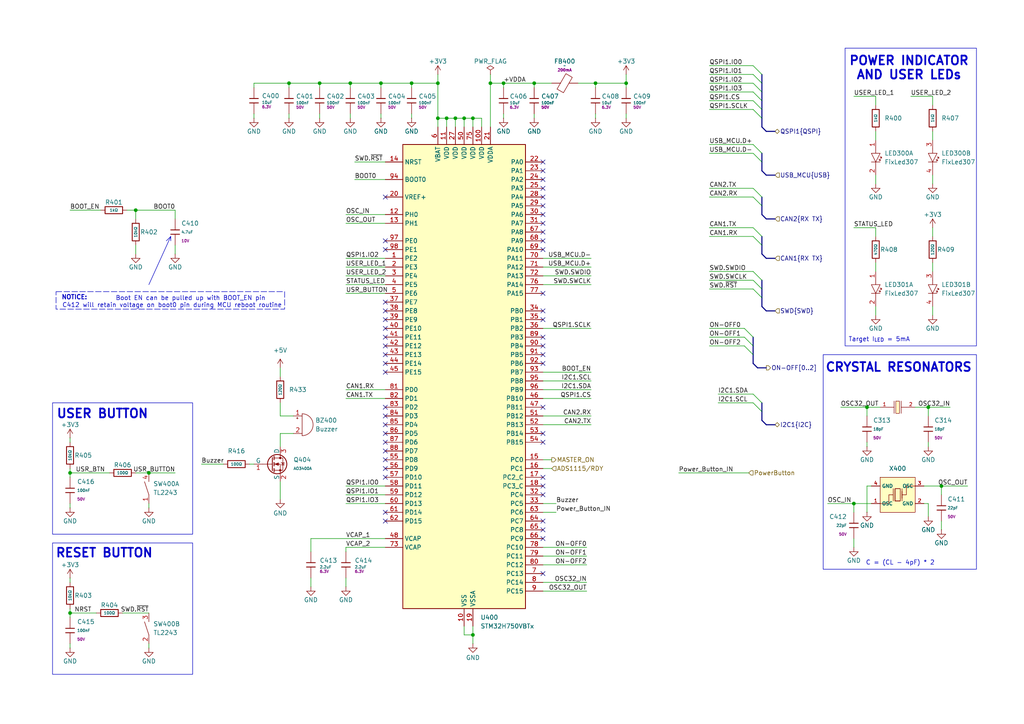
<source format=kicad_sch>
(kicad_sch (version 20250114) (generator "eeschema") (generator_version "9.0")
  (paper "A4")
  (title_block (title "ModuCard power supply unit") (date "2025-08-05") (rev "0") (company "KoNaR") (comment 1 "Base project authors: Dominik Pluta, Artem Horiunov") (comment 2 "Project author: Maciej Chodowiec"))
  (bus_alias "QSPI" (members "IO0" "IO1" "IO2" "IO3" "CS" "SCLK"))
  (bus_alias "SWD" (members "SWCLK" "SWDIO" "~{RST}"))
  (rectangle (start 245.11 13.97) (end 283.21 100.33))
  (rectangle (start 15.24 116.84) (end 55.88 154.94))
  (rectangle (start 16.256 84.582) (end 82.55 89.662) (stroke (width 0) (type dash)))
  (rectangle (start 15.24 157.48) (end 55.88 195.58))
  (rectangle (start 238.76 102.87) (end 283.21 165.1))
  (text "                Boot EN can be pulled up with BOOT_EN pin\nC412 will retain voltage on boot0 pin during MCU reboot routine" (at 18.034 87.63 0) (effects (font (size 1.27 1.27)) (justify left)))
  (text "RESET BUTTON" (at 16.002 160.528 0) (effects (font (size 2.54 2.54) (thickness 0.508) (bold yes)) (justify left)))
  (text "C = (CL - 4pF) * 2\n" (at 261.112 163.322 0) (effects (font (size 1.27 1.27))))
  (text "CRYSTAL RESONATORS" (at 239.268 106.68 0) (effects (font (size 2.54 2.54) (thickness 0.508) (bold yes)) (justify left)))
  (text "POWER INDICATOR\nAND USER LEDs" (at 263.652 19.812 0) (effects (font (size 2.54 2.54) (thickness 0.508) (bold yes))))
  (text "NOTICE:" (at 21.59 86.36 0) (effects (font (size 1.27 1.27) (thickness 0.254) (bold yes))))
  (text "Target I_{LED} = 5mA" (at 255.016 98.552 0) (effects (font (size 1.27 1.27))))
  (text "USER BUTTON" (at 16.256 120.142 0) (effects (font (size 2.54 2.54) (thickness 0.508) (bold yes)) (justify left)))
  (junction (at 83.82 24.13))
  (junction (at 137.16 34.29))
  (junction (at 110.49 24.13))
  (junction (at 20.32 137.16))
  (junction (at 39.37 60.96))
  (junction (at 101.6 24.13))
  (junction (at 273.05 140.97))
  (junction (at 247.65 146.05))
  (junction (at 119.38 24.13))
  (junction (at 154.94 24.13))
  (junction (at 269.24 118.11))
  (junction (at 127 24.13))
  (junction (at 132.08 34.29))
  (junction (at 172.72 24.13))
  (junction (at 181.61 24.13))
  (junction (at 137.16 184.15))
  (junction (at 20.32 177.8))
  (junction (at 129.54 34.29))
  (junction (at 142.24 24.13))
  (junction (at 251.46 118.11))
  (junction (at 134.62 34.29))
  (junction (at 127 34.29))
  (junction (at 146.05 24.13))
  (junction (at 92.71 24.13))
  (junction (at 43.18 137.16))
  (no_connect (at 157.48 143.51))
  (no_connect (at 157.48 102.87))
  (no_connect (at 111.76 151.13))
  (no_connect (at 111.76 69.85))
  (no_connect (at 111.76 105.41))
  (no_connect (at 157.48 54.61))
  (no_connect (at 157.48 125.73))
  (no_connect (at 111.76 135.89))
  (no_connect (at 111.76 138.43))
  (no_connect (at 157.48 97.79))
  (no_connect (at 111.76 120.65))
  (no_connect (at 111.76 87.63))
  (no_connect (at 157.48 100.33))
  (no_connect (at 157.48 128.27))
  (no_connect (at 111.76 148.59))
  (no_connect (at 111.76 102.87))
  (no_connect (at 157.48 64.77))
  (no_connect (at 111.76 125.73))
  (no_connect (at 157.48 138.43))
  (no_connect (at 111.76 128.27))
  (no_connect (at 157.48 151.13))
  (no_connect (at 111.76 100.33))
  (no_connect (at 111.76 107.95))
  (no_connect (at 157.48 57.15))
  (no_connect (at 111.76 92.71))
  (no_connect (at 157.48 166.37))
  (no_connect (at 157.48 72.39))
  (no_connect (at 111.76 133.35))
  (no_connect (at 111.76 72.39))
  (no_connect (at 157.48 118.11))
  (no_connect (at 111.76 130.81))
  (no_connect (at 157.48 105.41))
  (no_connect (at 157.48 90.17))
  (no_connect (at 157.48 67.31))
  (no_connect (at 111.76 97.79))
  (no_connect (at 157.48 49.53))
  (no_connect (at 111.76 118.11))
  (no_connect (at 157.48 46.99))
  (no_connect (at 157.48 52.07))
  (no_connect (at 157.48 85.09))
  (no_connect (at 157.48 62.23))
  (no_connect (at 157.48 69.85))
  (no_connect (at 157.48 92.71))
  (no_connect (at 157.48 156.21))
  (no_connect (at 157.48 140.97))
  (no_connect (at 111.76 57.15))
  (no_connect (at 111.76 90.17))
  (no_connect (at 111.76 95.25))
  (no_connect (at 157.48 59.69))
  (no_connect (at 111.76 123.19))
  (no_connect (at 157.48 153.67))
  (bus_entry (at 220.98 31.75) (size -2.54 -2.54))
  (bus_entry (at 220.98 21.59) (size -2.54 -2.54))
  (bus_entry (at 218.44 97.79) (size -2.54 -2.54))
  (bus_entry (at 218.44 100.33) (size -2.54 -2.54))
  (bus_entry (at 218.44 81.28) (size 2.54 2.54))
  (bus_entry (at 218.44 68.58) (size 2.54 2.54))
  (bus_entry (at 220.98 34.29) (size -2.54 -2.54))
  (bus_entry (at 218.44 54.61) (size 2.54 2.54))
  (bus_entry (at 218.44 102.87) (size -2.54 -2.54))
  (bus_entry (at 218.44 83.82) (size 2.54 2.54))
  (bus_entry (at 220.98 26.67) (size -2.54 -2.54))
  (bus_entry (at 220.98 46.99) (size -2.54 -2.54))
  (bus_entry (at 218.44 57.15) (size 2.54 2.54))
  (bus_entry (at 220.98 29.21) (size -2.54 -2.54))
  (bus_entry (at 218.44 66.04) (size 2.54 2.54))
  (bus_entry (at 220.98 116.84) (size -2.54 -2.54))
  (bus_entry (at 220.98 119.38) (size -2.54 -2.54))
  (bus_entry (at 220.98 44.45) (size -2.54 -2.54))
  (bus_entry (at 220.98 24.13) (size -2.54 -2.54))
  (bus_entry (at 218.44 78.74) (size 2.54 2.54))
  (bus (pts (xy 220.98 26.67) (xy 220.98 29.21)))
  (wire (pts (xy 90.17 156.21) (xy 90.17 160.02)))
  (bus (pts (xy 218.44 100.33) (xy 218.44 102.87)))
  (wire (pts (xy 81.28 144.78) (xy 81.28 139.7)))
  (wire (pts (xy 100.33 160.02) (xy 100.33 158.75)))
  (wire (pts (xy 160.02 133.35) (xy 157.48 133.35)))
  (wire (pts (xy 269.24 146.05) (xy 269.24 149.86)))
  (wire (pts (xy 264.16 27.94) (xy 270.51 27.94)))
  (wire (pts (xy 119.38 33.02) (xy 119.38 34.29)))
  (wire (pts (xy 269.24 129.54) (xy 269.24 128.27)))
  (wire (pts (xy 218.44 19.05) (xy 205.74 19.05)))
  (wire (pts (xy 43.18 137.16) (xy 50.8 137.16)))
  (wire (pts (xy 157.48 80.01) (xy 171.45 80.01)))
  (wire (pts (xy 270.51 76.2) (xy 270.51 78.74)))
  (wire (pts (xy 90.17 156.21) (xy 111.76 156.21)))
  (wire (pts (xy 254 38.1) (xy 254 40.64)))
  (bus (pts (xy 222.25 90.17) (xy 224.79 90.17)))
  (wire (pts (xy 172.72 24.13) (xy 181.61 24.13)))
  (wire (pts (xy 157.48 113.03) (xy 171.45 113.03)))
  (wire (pts (xy 127 21.59) (xy 127 24.13)))
  (bus (pts (xy 220.98 86.36) (xy 220.98 88.9)))
  (wire (pts (xy 134.62 34.29) (xy 134.62 36.83)))
  (wire (pts (xy 157.48 110.49) (xy 171.45 110.49)))
  (bus (pts (xy 222.25 123.19) (xy 224.79 123.19)))
  (wire (pts (xy 127 34.29) (xy 129.54 34.29)))
  (wire (pts (xy 50.8 60.96) (xy 50.8 63.5)))
  (wire (pts (xy 20.32 137.16) (xy 20.32 138.43)))
  (wire (pts (xy 39.37 137.16) (xy 43.18 137.16)))
  (wire (pts (xy 270.51 68.58) (xy 270.51 66.04)))
  (wire (pts (xy 20.32 135.89) (xy 20.32 137.16)))
  (wire (pts (xy 20.32 176.53) (xy 20.32 177.8)))
  (wire (pts (xy 273.05 140.97) (xy 273.05 143.51)))
  (wire (pts (xy 50.8 71.12) (xy 50.8 73.66)))
  (wire (pts (xy 157.48 135.89) (xy 160.02 135.89)))
  (wire (pts (xy 139.7 34.29) (xy 139.7 36.83)))
  (bus (pts (xy 222.25 38.1) (xy 224.79 38.1)))
  (wire (pts (xy 251.46 118.11) (xy 251.46 120.65)))
  (wire (pts (xy 205.74 66.04) (xy 218.44 66.04)))
  (wire (pts (xy 100.33 115.57) (xy 111.76 115.57)))
  (wire (pts (xy 101.6 24.13) (xy 101.6 25.4)))
  (wire (pts (xy 100.33 85.09) (xy 111.76 85.09)))
  (wire (pts (xy 39.37 60.96) (xy 50.8 60.96)))
  (wire (pts (xy 20.32 186.69) (xy 20.32 187.96)))
  (bus (pts (xy 218.44 102.87) (xy 218.44 105.41)))
  (wire (pts (xy 270.51 88.9) (xy 270.51 91.44)))
  (wire (pts (xy 81.28 125.73) (xy 85.09 125.73)))
  (wire (pts (xy 218.44 26.67) (xy 205.74 26.67)))
  (wire (pts (xy 20.32 177.8) (xy 27.94 177.8)))
  (bus (pts (xy 222.25 63.5) (xy 220.98 62.23)))
  (wire (pts (xy 132.08 34.29) (xy 129.54 34.29)))
  (wire (pts (xy 101.6 24.13) (xy 110.49 24.13)))
  (wire (pts (xy 247.65 146.05) (xy 252.73 146.05)))
  (wire (pts (xy 90.17 167.64) (xy 90.17 170.18)))
  (wire (pts (xy 102.87 46.99) (xy 111.76 46.99)))
  (wire (pts (xy 81.28 116.84) (xy 81.28 120.65)))
  (wire (pts (xy 218.44 29.21) (xy 205.74 29.21)))
  (bus (pts (xy 220.98 83.82) (xy 220.98 86.36)))
  (wire (pts (xy 36.83 60.96) (xy 39.37 60.96)))
  (wire (pts (xy 218.44 44.45) (xy 205.74 44.45)))
  (wire (pts (xy 20.32 127) (xy 20.32 128.27)))
  (wire (pts (xy 100.33 64.77) (xy 111.76 64.77)))
  (wire (pts (xy 205.74 100.33) (xy 215.9 100.33)))
  (bus (pts (xy 220.98 24.13) (xy 220.98 26.67)))
  (bus (pts (xy 220.98 119.38) (xy 220.98 121.92)))
  (wire (pts (xy 269.24 118.11) (xy 275.59 118.11)))
  (bus (pts (xy 220.98 21.59) (xy 220.98 24.13)))
  (wire (pts (xy 269.24 146.05) (xy 267.97 146.05)))
  (wire (pts (xy 251.46 140.97) (xy 252.73 140.97)))
  (wire (pts (xy 247.65 27.94) (xy 254 27.94)))
  (wire (pts (xy 134.62 184.15) (xy 137.16 184.15)))
  (wire (pts (xy 43.18 147.32) (xy 43.18 146.05)))
  (wire (pts (xy 83.82 33.02) (xy 83.82 34.29)))
  (wire (pts (xy 254 88.9) (xy 254 91.44)))
  (wire (pts (xy 100.33 74.93) (xy 111.76 74.93)))
  (wire (pts (xy 254 68.58) (xy 254 66.04)))
  (wire (pts (xy 265.43 118.11) (xy 269.24 118.11)))
  (wire (pts (xy 243.84 118.11) (xy 251.46 118.11)))
  (bus (pts (xy 222.25 74.93) (xy 220.98 73.66)))
  (wire (pts (xy 247.65 158.75) (xy 247.65 156.21)))
  (wire (pts (xy 142.24 21.59) (xy 142.24 24.13)))
  (bus (pts (xy 220.98 31.75) (xy 220.98 34.29)))
  (wire (pts (xy 137.16 34.29) (xy 137.16 36.83)))
  (wire (pts (xy 134.62 34.29) (xy 132.08 34.29)))
  (wire (pts (xy 247.65 66.04) (xy 254 66.04)))
  (wire (pts (xy 100.33 143.51) (xy 111.76 143.51)))
  (wire (pts (xy 254 50.8) (xy 254 53.34)))
  (wire (pts (xy 205.74 81.28) (xy 218.44 81.28)))
  (wire (pts (xy 154.94 24.13) (xy 160.02 24.13)))
  (bus (pts (xy 222.25 74.93) (xy 224.79 74.93)))
  (bus (pts (xy 220.98 29.21) (xy 220.98 31.75)))
  (bus (pts (xy 222.25 123.19) (xy 220.98 121.92)))
  (wire (pts (xy 127 24.13) (xy 127 34.29)))
  (wire (pts (xy 196.85 137.16) (xy 217.17 137.16)))
  (wire (pts (xy 157.48 77.47) (xy 171.45 77.47)))
  (wire (pts (xy 270.51 30.48) (xy 270.51 27.94)))
  (wire (pts (xy 110.49 24.13) (xy 119.38 24.13)))
  (wire (pts (xy 157.48 95.25) (xy 171.45 95.25)))
  (wire (pts (xy 157.48 115.57) (xy 171.45 115.57)))
  (wire (pts (xy 20.32 137.16) (xy 31.75 137.16)))
  (wire (pts (xy 73.66 24.13) (xy 83.82 24.13)))
  (wire (pts (xy 181.61 21.59) (xy 181.61 24.13)))
  (bus (pts (xy 222.25 90.17) (xy 220.98 88.9)))
  (wire (pts (xy 92.71 33.02) (xy 92.71 34.29)))
  (bus (pts (xy 220.98 57.15) (xy 220.98 59.69)))
  (wire (pts (xy 81.28 129.54) (xy 81.28 125.73)))
  (wire (pts (xy 157.48 123.19) (xy 171.45 123.19)))
  (wire (pts (xy 119.38 24.13) (xy 127 24.13)))
  (wire (pts (xy 181.61 33.02) (xy 181.61 34.29)))
  (wire (pts (xy 267.97 140.97) (xy 273.05 140.97)))
  (wire (pts (xy 102.87 52.07) (xy 111.76 52.07)))
  (wire (pts (xy 205.74 83.82) (xy 218.44 83.82)))
  (wire (pts (xy 58.42 134.62) (xy 64.77 134.62)))
  (wire (pts (xy 100.33 167.64) (xy 100.33 170.18)))
  (polyline (pts (xy 49.53 68.58) (xy 49.53 69.85)))
  (bus (pts (xy 219.71 106.68) (xy 218.44 105.41)))
  (wire (pts (xy 170.18 171.45) (xy 157.48 171.45)))
  (polyline (pts (xy 48.26 69.85) (xy 49.53 68.58)))
  (wire (pts (xy 100.33 158.75) (xy 111.76 158.75)))
  (bus (pts (xy 220.98 83.82) (xy 220.98 81.28)))
  (bus (pts (xy 220.98 46.99) (xy 220.98 49.53)))
  (wire (pts (xy 270.51 50.8) (xy 270.51 53.34)))
  (wire (pts (xy 157.48 82.55) (xy 171.45 82.55)))
  (wire (pts (xy 72.39 134.62) (xy 73.66 134.62)))
  (wire (pts (xy 205.74 97.79) (xy 215.9 97.79)))
  (wire (pts (xy 157.48 107.95) (xy 171.45 107.95)))
  (wire (pts (xy 129.54 34.29) (xy 129.54 36.83)))
  (wire (pts (xy 251.46 140.97) (xy 251.46 148.59)))
  (wire (pts (xy 100.33 140.97) (xy 111.76 140.97)))
  (wire (pts (xy 157.48 74.93) (xy 171.45 74.93)))
  (wire (pts (xy 127 36.83) (xy 127 34.29)))
  (wire (pts (xy 100.33 62.23) (xy 111.76 62.23)))
  (bus (pts (xy 222.25 50.8) (xy 224.79 50.8)))
  (wire (pts (xy 157.48 158.75) (xy 170.18 158.75)))
  (wire (pts (xy 205.74 54.61) (xy 218.44 54.61)))
  (bus (pts (xy 220.98 71.12) (xy 220.98 68.58)))
  (bus (pts (xy 220.98 71.12) (xy 220.98 73.66)))
  (wire (pts (xy 83.82 24.13) (xy 92.71 24.13)))
  (wire (pts (xy 172.72 33.02) (xy 172.72 34.29)))
  (wire (pts (xy 43.18 186.69) (xy 43.18 187.96)))
  (wire (pts (xy 154.94 33.02) (xy 154.94 34.29)))
  (wire (pts (xy 100.33 80.01) (xy 111.76 80.01)))
  (wire (pts (xy 146.05 33.02) (xy 146.05 34.29)))
  (bus (pts (xy 220.98 116.84) (xy 220.98 119.38)))
  (wire (pts (xy 218.44 21.59) (xy 205.74 21.59)))
  (bus (pts (xy 220.98 59.69) (xy 220.98 62.23)))
  (bus (pts (xy 220.98 34.29) (xy 220.98 36.83)))
  (wire (pts (xy 35.56 177.8) (xy 43.18 177.8)))
  (wire (pts (xy 157.48 146.05) (xy 161.29 146.05)))
  (bus (pts (xy 219.71 106.68) (xy 222.25 106.68)))
  (wire (pts (xy 172.72 25.4) (xy 172.72 24.13)))
  (wire (pts (xy 157.48 148.59) (xy 161.29 148.59)))
  (wire (pts (xy 270.51 38.1) (xy 270.51 40.64)))
  (wire (pts (xy 39.37 73.66) (xy 39.37 71.12)))
  (wire (pts (xy 181.61 25.4) (xy 181.61 24.13)))
  (wire (pts (xy 157.48 161.29) (xy 170.18 161.29)))
  (bus (pts (xy 222.25 38.1) (xy 220.98 36.83)))
  (wire (pts (xy 101.6 33.02) (xy 101.6 34.29)))
  (wire (pts (xy 142.24 24.13) (xy 142.24 36.83)))
  (wire (pts (xy 205.74 95.25) (xy 215.9 95.25)))
  (wire (pts (xy 20.32 168.91) (xy 20.32 167.64)))
  (polyline (pts (xy 43.18 82.55) (xy 49.53 68.58)))
  (wire (pts (xy 218.44 24.13) (xy 205.74 24.13)))
  (wire (pts (xy 137.16 34.29) (xy 139.7 34.29)))
  (wire (pts (xy 205.74 78.74) (xy 218.44 78.74)))
  (wire (pts (xy 81.28 106.68) (xy 81.28 109.22)))
  (wire (pts (xy 110.49 24.13) (xy 110.49 25.4)))
  (wire (pts (xy 170.18 168.91) (xy 157.48 168.91)))
  (wire (pts (xy 81.28 120.65) (xy 85.09 120.65)))
  (wire (pts (xy 137.16 34.29) (xy 134.62 34.29)))
  (wire (pts (xy 251.46 118.11) (xy 255.27 118.11)))
  (wire (pts (xy 20.32 177.8) (xy 20.32 179.07)))
  (wire (pts (xy 146.05 25.4) (xy 146.05 24.13)))
  (wire (pts (xy 20.32 146.05) (xy 20.32 147.32)))
  (wire (pts (xy 146.05 24.13) (xy 154.94 24.13)))
  (wire (pts (xy 73.66 33.02) (xy 73.66 34.29)))
  (wire (pts (xy 273.05 153.67) (xy 273.05 151.13)))
  (wire (pts (xy 269.24 118.11) (xy 269.24 120.65)))
  (wire (pts (xy 142.24 24.13) (xy 146.05 24.13)))
  (wire (pts (xy 208.28 116.84) (xy 218.44 116.84)))
  (wire (pts (xy 205.74 57.15) (xy 218.44 57.15)))
  (wire (pts (xy 208.28 114.3) (xy 218.44 114.3)))
  (wire (pts (xy 83.82 24.13) (xy 83.82 25.4)))
  (wire (pts (xy 273.05 140.97) (xy 280.67 140.97)))
  (wire (pts (xy 110.49 33.02) (xy 110.49 34.29)))
  (wire (pts (xy 254 76.2) (xy 254 78.74)))
  (wire (pts (xy 100.33 77.47) (xy 111.76 77.47)))
  (wire (pts (xy 92.71 24.13) (xy 101.6 24.13)))
  (wire (pts (xy 205.74 68.58) (xy 218.44 68.58)))
  (wire (pts (xy 100.33 113.03) (xy 111.76 113.03)))
  (wire (pts (xy 218.44 41.91) (xy 205.74 41.91)))
  (bus (pts (xy 218.44 97.79) (xy 218.44 100.33)))
  (wire (pts (xy 157.48 163.83) (xy 170.18 163.83)))
  (wire (pts (xy 137.16 184.15) (xy 137.16 186.69)))
  (bus (pts (xy 220.98 44.45) (xy 220.98 46.99)))
  (wire (pts (xy 247.65 146.05) (xy 247.65 148.59)))
  (wire (pts (xy 240.03 146.05) (xy 247.65 146.05)))
  (wire (pts (xy 132.08 34.29) (xy 132.08 36.83)))
  (wire (pts (xy 100.33 82.55) (xy 111.76 82.55)))
  (wire (pts (xy 218.44 31.75) (xy 205.74 31.75)))
  (wire (pts (xy 20.32 60.96) (xy 29.21 60.96)))
  (wire (pts (xy 254 27.94) (xy 254 30.48)))
  (wire (pts (xy 100.33 146.05) (xy 111.76 146.05)))
  (wire (pts (xy 251.46 129.54) (xy 251.46 128.27)))
  (bus (pts (xy 222.25 63.5) (xy 224.79 63.5)))
  (wire (pts (xy 154.94 25.4) (xy 154.94 24.13)))
  (wire (pts (xy 167.64 24.13) (xy 172.72 24.13)))
  (wire (pts (xy 39.37 60.96) (xy 39.37 63.5)))
  (wire (pts (xy 73.66 24.13) (xy 73.66 25.4)))
  (wire (pts (xy 134.62 181.61) (xy 134.62 184.15)))
  (wire (pts (xy 92.71 24.13) (xy 92.71 25.4)))
  (wire (pts (xy 157.48 120.65) (xy 171.45 120.65)))
  (bus (pts (xy 222.25 50.8) (xy 220.98 49.53)))
  (wire (pts (xy 119.38 24.13) (xy 119.38 25.4)))
  (wire (pts (xy 137.16 184.15) (xy 137.16 181.61)))
  (label "I2C1.SCL" (at 208.28 116.84 0))
  (label "USER_LED_1" (at 100.33 77.47 0))
  (label "CAN2.RX" (at 171.45 120.65 180))
  (label "OSC32_IN" (at 275.59 118.11 180))
  (label "CAN1.RX" (at 100.33 113.03 0))
  (label "CAN1.TX" (at 100.33 115.57 0))
  (label "ON-OFF0" (at 170.18 158.75 180))
  (label "STATUS_LED" (at 247.65 66.04 0))
  (label "+VDDA" (at 146.05 24.13 0))
  (label "OSC32_OUT" (at 243.84 118.11 0))
  (label "USR_BUTTON" (at 100.33 85.09 0))
  (label "ON-OFF1" (at 170.18 161.29 180))
  (label "USR_BTN" (at 30.48 137.16 180))
  (label "USER_LED_1" (at 247.65 27.94 0))
  (label "QSPI1.IO2" (at 205.74 24.13 0))
  (label "USB_MCU.D+" (at 171.45 77.47 180))
  (label "SWD.~{RST}" (at 43.18 177.8 180))
  (label "NRST" (at 21.59 177.8 0))
  (label "SWD.SWDIO" (at 205.74 78.74 0))
  (label "Power_Button_IN" (at 161.29 148.59 0))
  (label "USB_MCU.D-" (at 205.74 44.45 0))
  (label "OSC32_IN" (at 170.18 168.91 180))
  (label "OSC_OUT" (at 280.67 140.97 180))
  (label "QSPI1.IO3" (at 205.74 26.67 0))
  (label "QSPI1.IO1" (at 205.74 21.59 0))
  (label "I2C1.SDA" (at 171.45 113.03 180))
  (label "Buzzer" (at 161.29 146.05 0))
  (label "ON-OFF1" (at 205.74 97.79 0))
  (label "QSPI1.SCLK" (at 205.74 31.75 0))
  (label "I2C1.SCL" (at 171.45 110.49 180))
  (label "SWD.SWCLK" (at 205.74 81.28 0))
  (label "SWD.~{RST}" (at 205.74 83.82 0))
  (label "QSPI1.IO0" (at 100.33 140.97 0))
  (label "BOOT_EN" (at 171.45 107.95 180))
  (label "OSC32_OUT" (at 170.18 171.45 180))
  (label "CAN1.RX" (at 205.74 68.58 0))
  (label "CAN2.RX" (at 205.74 57.15 0))
  (label "QSPI1.CS" (at 205.74 29.21 0))
  (label "ON-OFF0" (at 205.74 95.25 0))
  (label "OSC_OUT" (at 100.33 64.77 0))
  (label "QSPI1.IO3" (at 100.33 146.05 0))
  (label "VCAP_1" (at 100.33 156.21 0))
  (label "BOOT0" (at 102.87 52.07 0))
  (label "OSC_IN" (at 100.33 62.23 0))
  (label "USER_LED_2" (at 264.16 27.94 0))
  (label "QSPI1.IO0" (at 205.74 19.05 0))
  (label "CAN2.TX" (at 205.74 54.61 0))
  (label "USR_BUTTON" (at 50.8 137.16 180))
  (label "SWD.SWDIO" (at 171.45 80.01 180))
  (label "I2C1.SDA" (at 208.28 114.3 0))
  (label "SWD.~{RST}" (at 102.87 46.99 0))
  (label "Power_Button_IN" (at 196.85 137.16 0))
  (label "QSPI1.CS" (at 171.45 115.57 180))
  (label "USER_LED_2" (at 100.33 80.01 0))
  (label "OSC_IN" (at 240.03 146.05 0))
  (label "USB_MCU.D-" (at 171.45 74.93 180))
  (label "VCAP_2" (at 100.33 158.75 0))
  (label "STATUS_LED" (at 100.33 82.55 0))
  (label "BOOT0" (at 50.8 60.96 180))
  (label "QSPI1.SCLK" (at 171.45 95.25 180))
  (label "BOOT_EN" (at 20.32 60.96 0))
  (label "USB_MCU.D+" (at 205.74 41.91 0))
  (label "SWD.SWCLK" (at 171.45 82.55 180))
  (label "ON-OFF2" (at 205.74 100.33 0))
  (label "CAN2.TX" (at 171.45 123.19 180))
  (label "QSPI1.IO2" (at 100.33 74.93 0))
  (label "Buzzer" (at 58.42 134.62 0))
  (label "ON-OFF2" (at 170.18 163.83 180))
  (label "CAN1.TX" (at 205.74 66.04 0))
  (label "QSPI1.IO1" (at 100.33 143.51 0))
  (hierarchical_label "CAN2{RX TX}" (shape input) (at 224.79 63.5 0))
  (hierarchical_label "ON-OFF[0..2]" (shape output) (at 222.25 106.68 0))
  (hierarchical_label "MASTER_ON" (shape output) (at 160.02 133.35 0))
  (hierarchical_label "USB_MCU{USB}" (shape input) (at 224.79 50.8 0))
  (hierarchical_label "I2C1{I2C}" (shape bidirectional) (at 224.79 123.19 0))
  (hierarchical_label "SWD{SWD}" (shape input) (at 224.79 90.17 0))
  (hierarchical_label "ADS1115{slash}RDY" (shape input) (at 160.02 135.89 0))
  (hierarchical_label "QSPI1{QSPI}" (shape bidirectional) (at 224.79 38.1 0))
  (hierarchical_label "PowerButton" (shape input) (at 217.17 137.16 0))
  (hierarchical_label "CAN1{RX TX}" (shape input) (at 224.79 74.93 0))
  (symbol (lib_id "power:GND") (at 20.32 147.32 0) (unit 1)
    (property "Reference" "#PWR0425" (effects (hide yes)))
    (property "Value" "GND" (at 20.32 151.13 0))
    (property "Description" "Power symbol creates a global label with name \"GND\" , ground" (effects (hide yes)))
  )
  (symbol (lib_id "power:GND") (at 269.24 129.54 0) (unit 1)
    (property "Reference" "#PWR0332" (effects (hide yes)))
    (property "Value" "GND" (at 269.24 133.35 0))
    (property "Description" "Power symbol creates a global label with name \"GND\" , ground" (effects (hide yes)))
  )
  (symbol (lib_id "TL2243:TL2243") (at 43.18 181.61 90) (unit 2)
    (property "Reference" "SW400" (at 44.45 180.9749 90) (effects (justify right)))
    (property "Value" "TL2243" (at 44.45 183.5149 90) (effects (justify right)))
    (property "Footprint" "TL2243:TL2243" (effects (hide yes)))
    (property "Datasheet" "https://www.lcsc.com/datasheet/lcsc_datasheet_2410121841_E-Switch-TL2243_C273515.pdf" (effects (hide yes)))
    (property "Description" "Double Stack Switch" (effects (hide yes)))
    (property "LCSC" "C273515" (effects (hide yes)))
  )
  (symbol (lib_id "power:GND") (at 92.71 34.29 0) (unit 1)
    (property "Reference" "#PWR0404" (effects (hide yes)))
    (property "Value" "GND" (at 92.71 38.1 0))
    (property "Description" "Power symbol creates a global label with name \"GND\" , ground" (effects (hide yes)))
  )
  (symbol (lib_id "PCM_JLCPCB-Capacitors:0402,4.7uF") (at 50.8 67.31 0) (unit 1)
    (property "Reference" "C410" (at 52.578 64.77 0) (effects (justify left)))
    (property "Value" "4.7uF" (at 52.578 67.3101 0) (effects (font (size 0.8 0.8)) (justify left)))
    (property "Footprint" "PCM_JLCPCB:C_0402" (effects (hide yes)))
    (property "Datasheet" "https://www.lcsc.com/datasheet/lcsc_datasheet_2304140030_Samsung-Electro-Mechanics-CL05A475MP5NRNC_C23733.pdf" (effects (hide yes)))
    (property "Description" "10V 4.7uF X5R ±20% 0402 Multilayer Ceramic Capacitors MLCC - SMD/SMT ROHS" (effects (hide yes)))
    (property "LCSC" "C23733" (effects (hide yes)))
    (property "Stock" "4366811" (effects (hide yes)))
    (property "Price" "0.008USD" (effects (hide yes)))
    (property "Process" "SMT" (effects (hide yes)))
    (property "Minimum Qty" "20" (effects (hide yes)))
    (property "Attrition Qty" "10" (effects (hide yes)))
    (property "Class" "Basic Component" (effects (hide yes)))
    (property "Category" "Capacitors,Multilayer Ceramic Capacitors MLCC - SMD/SMT" (effects (hide yes)))
    (property "Manufacturer" "Samsung Electro-Mechanics" (effects (hide yes)))
    (property "Part" "CL05A475MP5NRNC" (effects (hide yes)))
    (property "Voltage Rated" "10V" (at 52.578 69.8501 0) (effects (font (size 0.8 0.8)) (justify left)))
    (property "Tolerance" "±20%" (effects (hide yes)))
    (property "Capacitance" "4.7uF" (effects (hide yes)))
    (property "Temperature Coefficient" "X5R" (effects (hide yes)))
  )
  (symbol (lib_id "PCM_JLCPCB-Capacitors:0402,100nF,(2)") (at 110.49 29.21 0) (unit 1)
    (property "Reference" "C404" (at 112.522 27.94 0) (effects (justify left)))
    (property "Value" "100nF" (at 112.522 29.845 0) (effects (font (size 0.8 0.8)) (justify left)))
    (property "Footprint" "PCM_JLCPCB:C_0402" (effects (hide yes)))
    (property "Datasheet" "https://www.lcsc.com/datasheet/lcsc_datasheet_2304140030_Samsung-Electro-Mechanics-CL05B104KB54PNC_C307331.pdf" (effects (hide yes)))
    (property "Description" "50V 100nF X7R ±10% 0402 Multilayer Ceramic Capacitors MLCC - SMD/SMT ROHS" (effects (hide yes)))
    (property "LCSC" "C307331" (effects (hide yes)))
    (property "Stock" "8389599" (effects (hide yes)))
    (property "Price" "0.008USD" (effects (hide yes)))
    (property "Process" "SMT" (effects (hide yes)))
    (property "Minimum Qty" "20" (effects (hide yes)))
    (property "Attrition Qty" "10" (effects (hide yes)))
    (property "Class" "Basic Component" (effects (hide yes)))
    (property "Category" "Capacitors,Multilayer Ceramic Capacitors MLCC - SMD/SMT" (effects (hide yes)))
    (property "Manufacturer" "Samsung Electro-Mechanics" (effects (hide yes)))
    (property "Part" "CL05B104KB54PNC" (effects (hide yes)))
    (property "Voltage Rated" "50V" (at 112.522 31.115 0) (effects (font (size 0.8 0.8)) (justify left)))
    (property "Tolerance" "±10%" (effects (hide yes)))
    (property "Capacitance" "100nF" (effects (hide yes)))
    (property "Temperature Coefficient" "X7R" (effects (hide yes)))
  )
  (symbol (lib_id "power:GND") (at 270.51 91.44 0) (unit 1)
    (property "Reference" "#PWR0433" (effects (hide yes)))
    (property "Value" "GND" (at 270.51 95.25 0))
    (property "Description" "Power symbol creates a global label with name \"GND\" , ground" (effects (hide yes)))
  )
  (symbol (lib_id "power:GND") (at 146.05 34.29 0) (unit 1)
    (property "Reference" "#PWR0408" (effects (hide yes)))
    (property "Value" "GND" (at 146.05 38.1 0))
    (property "Description" "Power symbol creates a global label with name \"GND\" , ground" (effects (hide yes)))
  )
  (symbol (lib_id "power:GND") (at 137.16 186.69 0) (unit 1)
    (property "Reference" "#PWR0423" (effects (hide yes)))
    (property "Value" "GND" (at 137.16 190.754 0))
    (property "Description" "Power symbol creates a global label with name \"GND\" , ground" (effects (hide yes)))
  )
  (symbol (lib_id "Device:Buzzer") (at 87.63 123.19 0) (unit 1)
    (property "Reference" "BZ400" (at 91.44 121.9199 0) (effects (justify left)))
    (property "Value" "Buzzer" (at 91.44 124.4599 0) (effects (justify left)))
    (property "Footprint" "BUZ-BD12:BUZ-TH_BD12.0-P7.60-D0.6-FD" (effects (hide yes)))
    (property "Description" "Buzzer, polarized" (effects (hide yes)))
  )
  (symbol (lib_id "PCM_JLCPCB-Transistors:NMOS,AO3400A") (at 78.74 134.62 0) (unit 1)
    (property "Reference" "Q404" (at 85.09 133.3499 0) (effects (justify left)))
    (property "Value" "AO3400A" (at 85.09 135.89 0) (effects (font (size 0.8 0.8)) (justify left)))
    (property "Footprint" "PCM_JLCPCB:Q_SOT-23" (effects (hide yes)))
    (property "Datasheet" "https://www.lcsc.com/datasheet/lcsc_datasheet_1811081213_Alpha---Omega-Semicon-AO3400A_C20917.pdf" (effects (hide yes)))
    (property "Description" "30V 5.7A 26.5mΩ@10V,5.7A 1.4W 1.5V@250uA 1 N-Channel SOT-23-3L MOSFETs ROHS" (effects (hide yes)))
    (property "LCSC" "C20917" (effects (hide yes)))
    (property "Stock" "1046002" (effects (hide yes)))
    (property "Price" "0.088USD" (effects (hide yes)))
    (property "Process" "SMT" (effects (hide yes)))
    (property "Minimum Qty" "5" (effects (hide yes)))
    (property "Attrition Qty" "4" (effects (hide yes)))
    (property "Class" "Basic Component" (effects (hide yes)))
    (property "Category" "Transistors,MOSFETs" (effects (hide yes)))
    (property "Manufacturer" "Alpha & Omega Semicon" (effects (hide yes)))
    (property "Part" "AO3400A" (effects (hide yes)))
    (property "Continuous Drain Current (Id)" "5.7A" (effects (hide yes)))
    (property "Input Capacitance (Ciss@Vds)" "630pF@15V" (effects (hide yes)))
    (property "Operating Temperature" "-55°C~+150°C@(Tj)" (effects (hide yes)))
    (property "Type" "1 N-channel" (effects (hide yes)))
    (property "Drain Source Voltage (Vdss)" "30V" (effects (hide yes)))
    (property "Power Dissipation (Pd)" "1.4W" (effects (hide yes)))
    (property "Gate Threshold Voltage (Vgs(th)@Id)" "1.5V@250uA" (effects (hide yes)))
    (property "Drain Source On Resistance (RDS(on)@Vgs,Id)" "26.5mΩ@10V,5.7A" (effects (hide yes)))
    (property "Total Gate Charge (Qg@Vgs)" "7nC@4.5V" (effects (hide yes)))
  )
  (symbol (lib_id "power:GND") (at 43.18 187.96 0) (unit 1)
    (property "Reference" "#PWR0421" (effects (hide yes)))
    (property "Value" "GND" (at 43.18 191.77 0))
    (property "Description" "Power symbol creates a global label with name \"GND\" , ground" (effects (hide yes)))
  )
  (symbol (lib_id "PCM_JLCPCB-Capacitors:0402,100nF,(2)") (at 83.82 29.21 0) (unit 1)
    (property "Reference" "C401" (at 85.852 27.94 0) (effects (justify left)))
    (property "Value" "100nF" (at 85.852 29.845 0) (effects (font (size 0.8 0.8)) (justify left)))
    (property "Footprint" "PCM_JLCPCB:C_0402" (effects (hide yes)))
    (property "Datasheet" "https://www.lcsc.com/datasheet/lcsc_datasheet_2304140030_Samsung-Electro-Mechanics-CL05B104KB54PNC_C307331.pdf" (effects (hide yes)))
    (property "Description" "50V 100nF X7R ±10% 0402 Multilayer Ceramic Capacitors MLCC - SMD/SMT ROHS" (effects (hide yes)))
    (property "LCSC" "C307331" (effects (hide yes)))
    (property "Stock" "8389599" (effects (hide yes)))
    (property "Price" "0.008USD" (effects (hide yes)))
    (property "Process" "SMT" (effects (hide yes)))
    (property "Minimum Qty" "20" (effects (hide yes)))
    (property "Attrition Qty" "10" (effects (hide yes)))
    (property "Class" "Basic Component" (effects (hide yes)))
    (property "Category" "Capacitors,Multilayer Ceramic Capacitors MLCC - SMD/SMT" (effects (hide yes)))
    (property "Manufacturer" "Samsung Electro-Mechanics" (effects (hide yes)))
    (property "Part" "CL05B104KB54PNC" (effects (hide yes)))
    (property "Voltage Rated" "50V" (at 85.852 31.115 0) (effects (font (size 0.8 0.8)) (justify left)))
    (property "Tolerance" "±10%" (effects (hide yes)))
    (property "Capacitance" "100nF" (effects (hide yes)))
    (property "Temperature Coefficient" "X7R" (effects (hide yes)))
  )
  (symbol (lib_id "PCM_JLCPCB-Capacitors:0402,22pF") (at 247.65 152.4 0) (unit 1)
    (property "Reference" "C412" (at 245.618 149.8599 0) (effects (justify right)))
    (property "Value" "22pF" (at 245.618 152.4 0) (effects (font (size 0.8 0.8)) (justify right)))
    (property "Footprint" "PCM_JLCPCB:C_0402" (effects (hide yes)))
    (property "Datasheet" "https://www.lcsc.com/datasheet/lcsc_datasheet_2304140030_FH--Guangdong-Fenghua-Advanced-Tech-0402CG220J500NT_C1555.pdf" (effects (hide yes)))
    (property "Description" "50V 22pF C0G ±5% 0402 Multilayer Ceramic Capacitors MLCC - SMD/SMT ROHS" (effects (hide yes)))
    (property "LCSC" "C1555" (effects (hide yes)))
    (property "Stock" "2333179" (effects (hide yes)))
    (property "Price" "0.004USD" (effects (hide yes)))
    (property "Process" "SMT" (effects (hide yes)))
    (property "Minimum Qty" "20" (effects (hide yes)))
    (property "Attrition Qty" "10" (effects (hide yes)))
    (property "Class" "Basic Component" (effects (hide yes)))
    (property "Category" "Capacitors,Multilayer Ceramic Capacitors MLCC - SMD/SMT" (effects (hide yes)))
    (property "Manufacturer" "FH(Guangdong Fenghua Advanced Tech)" (effects (hide yes)))
    (property "Part" "0402CG220J500NT" (effects (hide yes)))
    (property "Voltage Rated" "50V" (at 245.618 154.94 0) (effects (font (size 0.8 0.8)) (justify right)))
    (property "Tolerance" "±5%" (effects (hide yes)))
    (property "Capacitance" "22pF" (effects (hide yes)))
    (property "Temperature Coefficient" "C0G" (effects (hide yes)))
  )
  (symbol (lib_id "PCM_JLCPCB-Capacitors:0402,100nF,(2)") (at 92.71 29.21 0) (unit 1)
    (property "Reference" "C402" (at 94.742 27.94 0) (effects (justify left)))
    (property "Value" "100nF" (at 94.742 29.845 0) (effects (font (size 0.8 0.8)) (justify left)))
    (property "Footprint" "PCM_JLCPCB:C_0402" (effects (hide yes)))
    (property "Datasheet" "https://www.lcsc.com/datasheet/lcsc_datasheet_2304140030_Samsung-Electro-Mechanics-CL05B104KB54PNC_C307331.pdf" (effects (hide yes)))
    (property "Description" "50V 100nF X7R ±10% 0402 Multilayer Ceramic Capacitors MLCC - SMD/SMT ROHS" (effects (hide yes)))
    (property "LCSC" "C307331" (effects (hide yes)))
    (property "Stock" "8389599" (effects (hide yes)))
    (property "Price" "0.008USD" (effects (hide yes)))
    (property "Process" "SMT" (effects (hide yes)))
    (property "Minimum Qty" "20" (effects (hide yes)))
    (property "Attrition Qty" "10" (effects (hide yes)))
    (property "Class" "Basic Component" (effects (hide yes)))
    (property "Category" "Capacitors,Multilayer Ceramic Capacitors MLCC - SMD/SMT" (effects (hide yes)))
    (property "Manufacturer" "Samsung Electro-Mechanics" (effects (hide yes)))
    (property "Part" "CL05B104KB54PNC" (effects (hide yes)))
    (property "Voltage Rated" "50V" (at 94.742 31.115 0) (effects (font (size 0.8 0.8)) (justify left)))
    (property "Tolerance" "±10%" (effects (hide yes)))
    (property "Capacitance" "100nF" (effects (hide yes)))
    (property "Temperature Coefficient" "X7R" (effects (hide yes)))
  )
  (symbol (lib_id "TL2243:TL2243") (at 43.18 140.97 90) (unit 1)
    (property "Reference" "SW400" (at 44.45 140.3349 90) (effects (justify right)))
    (property "Value" "TL2243" (at 44.45 142.8749 90) (effects (justify right)))
    (property "Footprint" "TL2243:TL2243" (effects (hide yes)))
    (property "Datasheet" "https://www.lcsc.com/datasheet/lcsc_datasheet_2410121841_E-Switch-TL2243_C273515.pdf" (effects (hide yes)))
    (property "Description" "Double Stack Switch" (effects (hide yes)))
    (property "LCSC" "C273515" (effects (hide yes)))
  )
  (symbol (lib_id "power:GND") (at 247.65 158.75 0) (unit 1)
    (property "Reference" "#PWR0417" (effects (hide yes)))
    (property "Value" "GND" (at 247.65 162.56 0))
    (property "Description" "Power symbol creates a global label with name \"GND\" , ground" (effects (hide yes)))
  )
  (symbol (lib_id "power:GND") (at 119.38 34.29 0) (unit 1)
    (property "Reference" "#PWR0407" (effects (hide yes)))
    (property "Value" "GND" (at 119.38 38.1 0))
    (property "Description" "Power symbol creates a global label with name \"GND\" , ground" (effects (hide yes)))
  )
  (symbol (lib_id "power:GND") (at 90.17 170.18 0) (unit 1)
    (property "Reference" "#PWR0437" (effects (hide yes)))
    (property "Value" "GND" (at 90.17 173.99 0))
    (property "Description" "Power symbol creates a global label with name \"GND\" , ground" (effects (hide yes)))
  )
  (symbol (lib_id "PCM_JLCPCB-Capacitors:0402,100nF,(2)") (at 181.61 29.21 0) (unit 1)
    (property "Reference" "C409" (at 183.642 27.94 0) (effects (justify left)))
    (property "Value" "100nF" (at 183.642 29.845 0) (effects (font (size 0.8 0.8)) (justify left)))
    (property "Footprint" "PCM_JLCPCB:C_0402" (effects (hide yes)))
    (property "Datasheet" "https://www.lcsc.com/datasheet/lcsc_datasheet_2304140030_Samsung-Electro-Mechanics-CL05B104KB54PNC_C307331.pdf" (effects (hide yes)))
    (property "Description" "50V 100nF X7R ±10% 0402 Multilayer Ceramic Capacitors MLCC - SMD/SMT ROHS" (effects (hide yes)))
    (property "LCSC" "C307331" (effects (hide yes)))
    (property "Stock" "8389599" (effects (hide yes)))
    (property "Price" "0.008USD" (effects (hide yes)))
    (property "Process" "SMT" (effects (hide yes)))
    (property "Minimum Qty" "20" (effects (hide yes)))
    (property "Attrition Qty" "10" (effects (hide yes)))
    (property "Class" "Basic Component" (effects (hide yes)))
    (property "Category" "Capacitors,Multilayer Ceramic Capacitors MLCC - SMD/SMT" (effects (hide yes)))
    (property "Manufacturer" "Samsung Electro-Mechanics" (effects (hide yes)))
    (property "Part" "CL05B104KB54PNC" (effects (hide yes)))
    (property "Voltage Rated" "50V" (at 183.642 31.115 0) (effects (font (size 0.8 0.8)) (justify left)))
    (property "Tolerance" "±10%" (effects (hide yes)))
    (property "Capacitance" "100nF" (effects (hide yes)))
    (property "Temperature Coefficient" "X7R" (effects (hide yes)))
  )
  (symbol (lib_id "power:GND") (at 254 91.44 0) (unit 1)
    (property "Reference" "#PWR0432" (effects (hide yes)))
    (property "Value" "GND" (at 254 95.25 0))
    (property "Description" "Power symbol creates a global label with name \"GND\" , ground" (effects (hide yes)))
  )
  (symbol (lib_id "power:GND") (at 254 53.34 0) (unit 1)
    (property "Reference" "#PWR0430" (effects (hide yes)))
    (property "Value" "GND" (at 254 57.15 0))
    (property "Description" "Power symbol creates a global label with name \"GND\" , ground" (effects (hide yes)))
  )
  (symbol (lib_id "PCM_JLCPCB-Resistors:0402,10kΩ") (at 20.32 172.72 0) (unit 1)
    (property "Reference" "R403" (at 21.59 172.72 0) (effects (justify left)))
    (property "Value" "10kΩ" (at 20.32 172.72 90) (effects (font (size 0.8 0.8))))
    (property "Footprint" "PCM_JLCPCB:R_0402" (effects (hide yes)))
    (property "Datasheet" "https://www.lcsc.com/datasheet/lcsc_datasheet_2411221126_UNI-ROYAL-Uniroyal-Elec-0402WGF1002TCE_C25744.pdf" (effects (hide yes)))
    (property "Description" "62.5mW Thick Film Resistors 50V ±100ppm/°C ±1% 10kΩ 0402 Chip Resistor - Surface Mount ROHS" (effects (hide yes)))
    (property "LCSC" "C25744" (effects (hide yes)))
    (property "Stock" "24372091" (effects (hide yes)))
    (property "Price" "0.004USD" (effects (hide yes)))
    (property "Process" "SMT" (effects (hide yes)))
    (property "Minimum Qty" "20" (effects (hide yes)))
    (property "Attrition Qty" "10" (effects (hide yes)))
    (property "Class" "Basic Component" (effects (hide yes)))
    (property "Category" "Resistors,Chip Resistor - Surface Mount" (effects (hide yes)))
    (property "Manufacturer" "UNI-ROYAL(Uniroyal Elec)" (effects (hide yes)))
    (property "Part" "0402WGF1002TCE" (effects (hide yes)))
    (property "Resistance" "10kΩ" (effects (hide yes)))
    (property "Power(Watts)" "62.5mW" (effects (hide yes)))
    (property "Type" "Thick Film Resistors" (effects (hide yes)))
    (property "Overload Voltage (Max)" "50V" (effects (hide yes)))
    (property "Operating Temperature Range" "-55°C~+155°C" (effects (hide yes)))
    (property "Tolerance" "±1%" (effects (hide yes)))
    (property "Temperature Coefficient" "±100ppm/°C" (effects (hide yes)))
  )
  (symbol (lib_id "power:GND") (at 39.37 73.66 0) (unit 1)
    (property "Reference" "#PWR0413" (effects (hide yes)))
    (property "Value" "GND" (at 39.37 77.47 0))
    (property "Description" "Power symbol creates a global label with name \"GND\" , ground" (effects (hide yes)))
  )
  (symbol (lib_id "PCM_JLCPCB-Capacitors:0402,18pF") (at 251.46 124.46 0) (unit 1)
    (property "Reference" "C313" (at 253.238 121.92 0) (effects (justify left)))
    (property "Value" "18pF" (at 253.238 124.4601 0) (effects (font (size 0.8 0.8)) (justify left)))
    (property "Footprint" "PCM_JLCPCB:C_0402" (effects (hide yes)))
    (property "Datasheet" "https://www.lcsc.com/datasheet/lcsc_datasheet_2304140030_FH--Guangdong-Fenghua-Advanced-Tech-0402CG180J500NT_C1549.pdf" (effects (hide yes)))
    (property "Description" "50V 18pF C0G ±5% 0402 Multilayer Ceramic Capacitors MLCC - SMD/SMT ROHS" (effects (hide yes)))
    (property "LCSC" "C1549" (effects (hide yes)))
    (property "Stock" "619102" (effects (hide yes)))
    (property "Price" "0.004USD" (effects (hide yes)))
    (property "Process" "SMT" (effects (hide yes)))
    (property "Minimum Qty" "20" (effects (hide yes)))
    (property "Attrition Qty" "10" (effects (hide yes)))
    (property "Class" "Basic Component" (effects (hide yes)))
    (property "Category" "Capacitors,Multilayer Ceramic Capacitors MLCC - SMD/SMT" (effects (hide yes)))
    (property "Manufacturer" "FH(Guangdong Fenghua Advanced Tech)" (effects (hide yes)))
    (property "Part" "0402CG180J500NT" (effects (hide yes)))
    (property "Voltage Rated" "50V" (at 253.238 127.0001 0) (effects (font (size 0.8 0.8)) (justify left)))
    (property "Tolerance" "±5%" (effects (hide yes)))
    (property "Capacitance" "18pF" (effects (hide yes)))
    (property "Temperature Coefficient" "C0G" (effects (hide yes)))
  )
  (symbol (lib_id "PCM_JLCPCB-Capacitors:0402,18pF") (at 269.24 124.46 0) (unit 1)
    (property "Reference" "C314" (at 271.018 121.9199 0) (effects (justify left)))
    (property "Value" "18pF" (at 271.018 124.46 0) (effects (font (size 0.8 0.8)) (justify left)))
    (property "Footprint" "PCM_JLCPCB:C_0402" (effects (hide yes)))
    (property "Datasheet" "https://www.lcsc.com/datasheet/lcsc_datasheet_2304140030_FH--Guangdong-Fenghua-Advanced-Tech-0402CG180J500NT_C1549.pdf" (effects (hide yes)))
    (property "Description" "50V 18pF C0G ±5% 0402 Multilayer Ceramic Capacitors MLCC - SMD/SMT ROHS" (effects (hide yes)))
    (property "LCSC" "C1549" (effects (hide yes)))
    (property "Stock" "619102" (effects (hide yes)))
    (property "Price" "0.004USD" (effects (hide yes)))
    (property "Process" "SMT" (effects (hide yes)))
    (property "Minimum Qty" "20" (effects (hide yes)))
    (property "Attrition Qty" "10" (effects (hide yes)))
    (property "Class" "Basic Component" (effects (hide yes)))
    (property "Category" "Capacitors,Multilayer Ceramic Capacitors MLCC - SMD/SMT" (effects (hide yes)))
    (property "Manufacturer" "FH(Guangdong Fenghua Advanced Tech)" (effects (hide yes)))
    (property "Part" "0402CG180J500NT" (effects (hide yes)))
    (property "Voltage Rated" "50V" (at 271.018 127 0) (effects (font (size 0.8 0.8)) (justify left)))
    (property "Tolerance" "±5%" (effects (hide yes)))
    (property "Capacitance" "18pF" (effects (hide yes)))
    (property "Temperature Coefficient" "C0G" (effects (hide yes)))
  )
  (symbol (lib_id "MCU_ST_STM32H7:STM32H750VBTx") (at 134.62 110.49 0) (unit 1)
    (property "Reference" "U400" (at 139.3541 179.07 0) (effects (justify left)))
    (property "Value" "STM32H750VBTx" (at 139.3541 181.61 0) (effects (justify left)))
    (property "Footprint" "Package_QFP:LQFP-100_14x14mm_P0.5mm" (effects (hide yes)))
    (property "Datasheet" "https://www.st.com/resource/en/datasheet/stm32h750vb.pdf" (effects (hide yes)))
    (property "Description" "STMicroelectronics Arm Cortex-M7 MCU, 128KB flash, 1024KB RAM, 480 MHz, 1.71-3.6V, 82 GPIO, LQFP100" (effects (hide yes)))
    (property "LCSC" "C404010" (effects (hide yes)))
  )
  (symbol (lib_id "power:GND") (at 270.51 53.34 0) (unit 1)
    (property "Reference" "#PWR0431" (effects (hide yes)))
    (property "Value" "GND" (at 270.51 57.15 0))
    (property "Description" "Power symbol creates a global label with name \"GND\" , ground" (effects (hide yes)))
  )
  (symbol (lib_id "power:+5V") (at 181.61 21.59 0) (unit 1)
    (property "Reference" "#PWR0401" (effects (hide yes)))
    (property "Value" "+3V3" (at 181.61 17.78 0))
    (property "Description" "Power symbol creates a global label with name \"+5V\"" (effects (hide yes)))
  )
  (symbol (lib_id "power:GND") (at 172.72 34.29 0) (unit 1)
    (property "Reference" "#PWR0410" (effects (hide yes)))
    (property "Value" "GND" (at 172.72 38.1 0))
    (property "Description" "Power symbol creates a global label with name \"GND\" , ground" (effects (hide yes)))
  )
  (symbol (lib_id "power:+5V") (at 20.32 167.64 0) (unit 1)
    (property "Reference" "#PWR0419" (effects (hide yes)))
    (property "Value" "+3V3" (at 20.32 163.83 0))
    (property "Description" "Power symbol creates a global label with name \"+5V\"" (effects (hide yes)))
  )
  (symbol (lib_id "PCM_JLCPCB-Capacitors:0402,100nF,(2)") (at 119.38 29.21 0) (unit 1)
    (property "Reference" "C405" (at 121.412 27.94 0) (effects (justify left)))
    (property "Value" "100nF" (at 121.412 29.845 0) (effects (font (size 0.8 0.8)) (justify left)))
    (property "Footprint" "PCM_JLCPCB:C_0402" (effects (hide yes)))
    (property "Datasheet" "https://www.lcsc.com/datasheet/lcsc_datasheet_2304140030_Samsung-Electro-Mechanics-CL05B104KB54PNC_C307331.pdf" (effects (hide yes)))
    (property "Description" "50V 100nF X7R ±10% 0402 Multilayer Ceramic Capacitors MLCC - SMD/SMT ROHS" (effects (hide yes)))
    (property "LCSC" "C307331" (effects (hide yes)))
    (property "Stock" "8389599" (effects (hide yes)))
    (property "Price" "0.008USD" (effects (hide yes)))
    (property "Process" "SMT" (effects (hide yes)))
    (property "Minimum Qty" "20" (effects (hide yes)))
    (property "Attrition Qty" "10" (effects (hide yes)))
    (property "Class" "Basic Component" (effects (hide yes)))
    (property "Category" "Capacitors,Multilayer Ceramic Capacitors MLCC - SMD/SMT" (effects (hide yes)))
    (property "Manufacturer" "Samsung Electro-Mechanics" (effects (hide yes)))
    (property "Part" "CL05B104KB54PNC" (effects (hide yes)))
    (property "Voltage Rated" "50V" (at 121.412 31.115 0) (effects (font (size 0.8 0.8)) (justify left)))
    (property "Tolerance" "±10%" (effects (hide yes)))
    (property "Capacitance" "100nF" (effects (hide yes)))
    (property "Temperature Coefficient" "X7R" (effects (hide yes)))
  )
  (symbol (lib_id "FixLed307:FixLed307") (at 270.51 83.82 270) (unit 2)
    (property "Reference" "LED301" (at 273.05 82.5499 90) (effects (justify left)))
    (property "Value" "FixLed307" (at 273.05 85.0899 90) (effects (justify left)))
    (property "Footprint" "FixLed307:FixLed307" (effects (hide yes)))
    (property "Datasheet" "https://www.tme.eu/Document/b674d69546fee33ff395807565c0dcac/FIX-LED-301.pdf" (effects (hide yes)))
    (property "Description" "Double Stack LED307" (effects (hide yes)))
  )
  (symbol (lib_id "PCM_JLCPCB-Capacitors:0402,100nF,(2)") (at 101.6 29.21 0) (unit 1)
    (property "Reference" "C403" (at 103.632 27.94 0) (effects (justify left)))
    (property "Value" "100nF" (at 103.632 29.845 0) (effects (font (size 0.8 0.8)) (justify left)))
    (property "Footprint" "PCM_JLCPCB:C_0402" (effects (hide yes)))
    (property "Datasheet" "https://www.lcsc.com/datasheet/lcsc_datasheet_2304140030_Samsung-Electro-Mechanics-CL05B104KB54PNC_C307331.pdf" (effects (hide yes)))
    (property "Description" "50V 100nF X7R ±10% 0402 Multilayer Ceramic Capacitors MLCC - SMD/SMT ROHS" (effects (hide yes)))
    (property "LCSC" "C307331" (effects (hide yes)))
    (property "Stock" "8389599" (effects (hide yes)))
    (property "Price" "0.008USD" (effects (hide yes)))
    (property "Process" "SMT" (effects (hide yes)))
    (property "Minimum Qty" "20" (effects (hide yes)))
    (property "Attrition Qty" "10" (effects (hide yes)))
    (property "Class" "Basic Component" (effects (hide yes)))
    (property "Category" "Capacitors,Multilayer Ceramic Capacitors MLCC - SMD/SMT" (effects (hide yes)))
    (property "Manufacturer" "Samsung Electro-Mechanics" (effects (hide yes)))
    (property "Part" "CL05B104KB54PNC" (effects (hide yes)))
    (property "Voltage Rated" "50V" (at 103.632 31.115 0) (effects (font (size 0.8 0.8)) (justify left)))
    (property "Tolerance" "±10%" (effects (hide yes)))
    (property "Capacitance" "100nF" (effects (hide yes)))
    (property "Temperature Coefficient" "X7R" (effects (hide yes)))
  )
  (symbol (lib_id "power:GND") (at 101.6 34.29 0) (unit 1)
    (property "Reference" "#PWR0405" (effects (hide yes)))
    (property "Value" "GND" (at 101.6 38.1 0))
    (property "Description" "Power symbol creates a global label with name \"GND\" , ground" (effects (hide yes)))
  )
  (symbol (lib_id "power:GND") (at 20.32 187.96 0) (unit 1)
    (property "Reference" "#PWR0420" (effects (hide yes)))
    (property "Value" "GND" (at 20.32 191.77 0))
    (property "Description" "Power symbol creates a global label with name \"GND\" , ground" (effects (hide yes)))
  )
  (symbol (lib_id "PCM_JLCPCB-Capacitors:0402,2.2uF") (at 90.17 163.83 0) (unit 1)
    (property "Reference" "C413" (at 92.71 162.56 0) (effects (justify left)))
    (property "Value" "2.2uF" (at 92.71 164.465 0) (effects (font (size 0.8 0.8)) (justify left)))
    (property "Footprint" "PCM_JLCPCB:C_0402" (effects (hide yes)))
    (property "Datasheet" "https://www.lcsc.com/datasheet/lcsc_datasheet_2304140030_Samsung-Electro-Mechanics-CL05A225MQ5NSNC_C12530.pdf" (effects (hide yes)))
    (property "Description" "6.3V 2.2uF X5R ±20% 0402 Multilayer Ceramic Capacitors MLCC - SMD/SMT ROHS" (effects (hide yes)))
    (property "LCSC" "C12530" (effects (hide yes)))
    (property "Stock" "4528431" (effects (hide yes)))
    (property "Price" "0.006USD" (effects (hide yes)))
    (property "Process" "SMT" (effects (hide yes)))
    (property "Minimum Qty" "20" (effects (hide yes)))
    (property "Attrition Qty" "10" (effects (hide yes)))
    (property "Class" "Basic Component" (effects (hide yes)))
    (property "Category" "Capacitors,Multilayer Ceramic Capacitors MLCC - SMD/SMT" (effects (hide yes)))
    (property "Manufacturer" "Samsung Electro-Mechanics" (effects (hide yes)))
    (property "Part" "CL05A225MQ5NSNC" (effects (hide yes)))
    (property "Voltage Rated" "6.3V" (at 92.71 165.735 0) (effects (font (size 0.8 0.8)) (justify left)))
    (property "Tolerance" "±20%" (effects (hide yes)))
    (property "Capacitance" "2.2uF" (effects (hide yes)))
    (property "Temperature Coefficient" "X5R" (effects (hide yes)))
  )
  (symbol (lib_id "power:GND") (at 251.46 148.59 0) (unit 1)
    (property "Reference" "#PWR0438" (effects (hide yes)))
    (property "Value" "GND" (at 251.46 152.4 0))
    (property "Description" "Power symbol creates a global label with name \"GND\" , ground" (effects (hide yes)))
  )
  (symbol (lib_id "power:GND") (at 43.18 147.32 0) (unit 1)
    (property "Reference" "#PWR0424" (effects (hide yes)))
    (property "Value" "GND" (at 43.18 151.13 0))
    (property "Description" "Power symbol creates a global label with name \"GND\" , ground" (effects (hide yes)))
  )
  (symbol (lib_id "PCM_JLCPCB-Capacitors:0402,10uF") (at 172.72 29.21 0) (unit 1)
    (property "Reference" "C408" (at 174.498 27.94 0) (effects (justify left)))
    (property "Value" "10uF" (at 174.498 29.845 0) (effects (font (size 0.8 0.8)) (justify left)))
    (property "Footprint" "PCM_JLCPCB:C_0402" (effects (hide yes)))
    (property "Datasheet" "https://www.lcsc.com/datasheet/lcsc_datasheet_2208231630_Samsung-Electro-Mechanics-CL05A106MQ5NUNC_C15525.pdf" (effects (hide yes)))
    (property "Description" "6.3V 10uF X5R ±20% 0402 Multilayer Ceramic Capacitors MLCC - SMD/SMT ROHS" (effects (hide yes)))
    (property "LCSC" "C15525" (effects (hide yes)))
    (property "Stock" "3940889" (effects (hide yes)))
    (property "Price" "0.009USD" (effects (hide yes)))
    (property "Process" "SMT" (effects (hide yes)))
    (property "Minimum Qty" "20" (effects (hide yes)))
    (property "Attrition Qty" "10" (effects (hide yes)))
    (property "Class" "Basic Component" (effects (hide yes)))
    (property "Category" "Capacitors,Multilayer Ceramic Capacitors MLCC - SMD/SMT" (effects (hide yes)))
    (property "Manufacturer" "Samsung Electro-Mechanics" (effects (hide yes)))
    (property "Part" "CL05A106MQ5NUNC" (effects (hide yes)))
    (property "Voltage Rated" "6.3V" (at 174.498 31.115 0) (effects (font (size 0.8 0.8)) (justify left)))
    (property "Tolerance" "±20%" (effects (hide yes)))
    (property "Capacitance" "10uF" (effects (hide yes)))
    (property "Temperature Coefficient" "X5R" (effects (hide yes)))
  )
  (symbol (lib_id "power:GND") (at 81.28 144.78 0) (unit 1)
    (property "Reference" "#PWR0458" (effects (hide yes)))
    (property "Value" "GND" (at 81.28 148.844 0))
    (property "Description" "Power symbol creates a global label with name \"GND\" , ground" (effects (hide yes)))
  )
  (symbol (lib_id "power:GND") (at 73.66 34.29 0) (unit 1)
    (property "Reference" "#PWR0402" (effects (hide yes)))
    (property "Value" "GND" (at 73.66 38.1 0))
    (property "Description" "Power symbol creates a global label with name \"GND\" , ground" (effects (hide yes)))
  )
  (symbol (lib_id "power:+3V3") (at 270.51 66.04 0) (unit 1)
    (property "Reference" "#PWR0429" (effects (hide yes)))
    (property "Value" "+3V3" (at 270.51 62.23 0))
    (property "Description" "Power symbol creates a global label with name \"+3V3\"" (effects (hide yes)))
  )
  (symbol (lib_name "0402,120Ω_1") (lib_id "PCM_JLCPCB-Resistors:0402,120Ω") (at 81.28 113.03 0) (unit 1)
    (property "Reference" "R433" (at 83.82 113.0299 0) (effects (justify left)))
    (property "Value" "120Ω" (at 81.28 113.03 90) (effects (font (size 0.8 0.8))))
    (property "Footprint" "PCM_JLCPCB:R_0402" (effects (hide yes)))
    (property "Datasheet" "https://www.lcsc.com/datasheet/lcsc_datasheet_2205311900_UNI-ROYAL-Uniroyal-Elec-0402WGF1200TCE_C25079.pdf" (effects (hide yes)))
    (property "Description" "62.5mW Thick Film Resistors 50V ±100ppm/°C ±1% 120Ω 0402 Chip Resistor - Surface Mount ROHS" (effects (hide yes)))
    (property "LCSC" "C25079" (effects (hide yes)))
    (property "Stock" "207985" (effects (hide yes)))
    (property "Price" "0.004USD" (effects (hide yes)))
    (property "Process" "SMT" (effects (hide yes)))
    (property "Minimum Qty" "20" (effects (hide yes)))
    (property "Attrition Qty" "10" (effects (hide yes)))
    (property "Class" "Basic Component" (effects (hide yes)))
    (property "Category" "Resistors,Chip Resistor - Surface Mount" (effects (hide yes)))
    (property "Manufacturer" "UNI-ROYAL(Uniroyal Elec)" (effects (hide yes)))
    (property "Part" "0402WGF1200TCE" (effects (hide yes)))
    (property "Resistance" "120Ω" (effects (hide yes)))
    (property "Power(Watts)" "62.5mW" (effects (hide yes)))
    (property "Type" "Thick Film Resistors" (effects (hide yes)))
    (property "Overload Voltage (Max)" "50V" (effects (hide yes)))
    (property "Operating Temperature Range" "-55°C~+155°C" (effects (hide yes)))
    (property "Tolerance" "±1%" (effects (hide yes)))
    (property "Temperature Coefficient" "±100ppm/°C" (effects (hide yes)))
  )
  (symbol (lib_id "PCM_JLCPCB-Resistors:0603,100Ω") (at 68.58 134.62 90) (unit 1)
    (property "Reference" "R416" (at 68.58 130.81 90))
    (property "Value" "100Ω" (at 68.58 134.62 90) (effects (font (size 0.8 0.8))))
    (property "Footprint" "PCM_JLCPCB:R_0603" (effects (hide yes)))
    (property "Datasheet" "https://www.lcsc.com/datasheet/lcsc_datasheet_2411221126_UNI-ROYAL-Uniroyal-Elec-0603WAF1000T5E_C22775.pdf" (effects (hide yes)))
    (property "Description" "100mW Thick Film Resistors 75V ±1% ±200ppm/°C 100Ω 0603 Chip Resistor - Surface Mount ROHS" (effects (hide yes)))
    (property "LCSC" "C22775" (effects (hide yes)))
    (property "Stock" "10175298" (effects (hide yes)))
    (property "Price" "0.004USD" (effects (hide yes)))
    (property "Process" "SMT" (effects (hide yes)))
    (property "Minimum Qty" "20" (effects (hide yes)))
    (property "Attrition Qty" "10" (effects (hide yes)))
    (property "Class" "Basic Component" (effects (hide yes)))
    (property "Category" "Resistors,Chip Resistor - Surface Mount" (effects (hide yes)))
    (property "Manufacturer" "UNI-ROYAL(Uniroyal Elec)" (effects (hide yes)))
    (property "Part" "0603WAF1000T5E" (effects (hide yes)))
    (property "Resistance" "100Ω" (effects (hide yes)))
    (property "Power(Watts)" "100mW" (effects (hide yes)))
    (property "Type" "Thick Film Resistors" (effects (hide yes)))
    (property "Overload Voltage (Max)" "75V" (effects (hide yes)))
    (property "Operating Temperature Range" "-55°C~+155°C" (effects (hide yes)))
    (property "Tolerance" "±1%" (effects (hide yes)))
    (property "Temperature Coefficient" "±200ppm/°C" (effects (hide yes)))
  )
  (symbol (lib_id "FixLed307:FixLed307") (at 254 45.72 270) (unit 1)
    (property "Reference" "LED300" (at 256.54 44.4499 90) (effects (justify left)))
    (property "Value" "FixLed307" (at 256.54 46.9899 90) (effects (justify left)))
    (property "Footprint" "FixLed307:FixLed307" (effects (hide yes)))
    (property "Datasheet" "https://www.tme.eu/Document/b674d69546fee33ff395807565c0dcac/FIX-LED-301.pdf" (effects (hide yes)))
    (property "Description" "Double Stack LED307" (effects (hide yes)))
  )
  (symbol (lib_id "power:PWR_FLAG") (at 142.24 21.59 0) (unit 1)
    (property "Reference" "#FLG0906" (effects (hide yes)))
    (property "Value" "PWR_FLAG" (at 142.24 17.78 0))
    (property "Description" "Special symbol for telling ERC where power comes from" (effects (hide yes)))
  )
  (symbol (lib_id "power:GND") (at 251.46 129.54 0) (unit 1)
    (property "Reference" "#PWR0310" (effects (hide yes)))
    (property "Value" "GND" (at 251.46 133.35 0))
    (property "Description" "Power symbol creates a global label with name \"GND\" , ground" (effects (hide yes)))
  )
  (symbol (lib_id "PCM_JLCPCB-Inductors:Ferrite,0603") (at 163.83 24.13 90) (unit 1)
    (property "Reference" "FB400" (at 163.7792 17.78 90))
    (property "Value" "~" (at 163.7792 19.05 90) (effects (font (size 0.8 0.8))))
    (property "Footprint" "PCM_JLCPCB:FB_0603" (effects (hide yes)))
    (property "Datasheet" "https://www.lcsc.com/datasheet/lcsc_datasheet_2310301640_Sunlord-GZ1608D601TF_C1002.pdf" (effects (hide yes)))
    (property "Description" "450mΩ ±25% 600Ω@100MHz 0603 Ferrite Beads ROHS" (effects (hide yes)))
    (property "LCSC" "C1002" (effects (hide yes)))
    (property "Stock" "789150" (effects (hide yes)))
    (property "Price" "0.010USD" (effects (hide yes)))
    (property "Process" "SMT" (effects (hide yes)))
    (property "Minimum Qty" "20" (effects (hide yes)))
    (property "Attrition Qty" "6" (effects (hide yes)))
    (property "Class" "Basic Component" (effects (hide yes)))
    (property "Category" "Filters/EMI Optimization,Ferrite Beads" (effects (hide yes)))
    (property "Manufacturer" "Sunlord" (effects (hide yes)))
    (property "Part" "GZ1608D601TF" (effects (hide yes)))
    (property "DC Resistance" "450mΩ" (effects (hide yes)))
    (property "Impedance @ Frequency" "600Ω@100MHz" (effects (hide yes)))
    (property "Circuits" "1" (effects (hide yes)))
    (property "Current Rating" "200mA" (at 163.7792 20.32 90) (effects (font (size 0.8 0.8))))
    (property "Tolerance" "±25%" (effects (hide yes)))
  )
  (symbol (lib_id "FixLed307:FixLed307") (at 254 83.82 270) (unit 1)
    (property "Reference" "LED301" (at 256.54 82.5499 90) (effects (justify left)))
    (property "Value" "FixLed307" (at 256.54 85.0899 90) (effects (justify left)))
    (property "Footprint" "FixLed307:FixLed307" (effects (hide yes)))
    (property "Datasheet" "https://www.tme.eu/Document/b674d69546fee33ff395807565c0dcac/FIX-LED-301.pdf" (effects (hide yes)))
    (property "Description" "Double Stack LED307" (effects (hide yes)))
  )
  (symbol (lib_id "power:GND") (at 154.94 34.29 0) (unit 1)
    (property "Reference" "#PWR0409" (effects (hide yes)))
    (property "Value" "GND" (at 154.94 38.1 0))
    (property "Description" "Power symbol creates a global label with name \"GND\" , ground" (effects (hide yes)))
  )
  (symbol (lib_id "PCM_JLCPCB-Resistors:0402,100Ω") (at 35.56 137.16 90) (unit 1)
    (property "Reference" "R406" (at 35.56 134.874 90))
    (property "Value" "100Ω" (at 35.56 137.16 90) (effects (font (size 0.8 0.8))))
    (property "Footprint" "PCM_JLCPCB:R_0402" (effects (hide yes)))
    (property "Datasheet" "https://www.lcsc.com/datasheet/lcsc_datasheet_2205311900_UNI-ROYAL-Uniroyal-Elec-0402WGF1000TCE_C25076.pdf" (effects (hide yes)))
    (property "Description" "62.5mW Thick Film Resistors 50V ±1% ±200ppm/°C 100Ω 0402 Chip Resistor - Surface Mount ROHS" (effects (hide yes)))
    (property "LCSC" "C25076" (effects (hide yes)))
    (property "Stock" "5907585" (effects (hide yes)))
    (property "Price" "0.004USD" (effects (hide yes)))
    (property "Process" "SMT" (effects (hide yes)))
    (property "Minimum Qty" "20" (effects (hide yes)))
    (property "Attrition Qty" "10" (effects (hide yes)))
    (property "Class" "Basic Component" (effects (hide yes)))
    (property "Category" "Resistors,Chip Resistor - Surface Mount" (effects (hide yes)))
    (property "Manufacturer" "UNI-ROYAL(Uniroyal Elec)" (effects (hide yes)))
    (property "Part" "0402WGF1000TCE" (effects (hide yes)))
    (property "Resistance" "100Ω" (effects (hide yes)))
    (property "Power(Watts)" "62.5mW" (effects (hide yes)))
    (property "Type" "Thick Film Resistors" (effects (hide yes)))
    (property "Overload Voltage (Max)" "50V" (effects (hide yes)))
    (property "Operating Temperature Range" "-55°C~+155°C" (effects (hide yes)))
    (property "Tolerance" "±1%" (effects (hide yes)))
    (property "Temperature Coefficient" "±200ppm/°C" (effects (hide yes)))
  )
  (symbol (lib_id "FixLed307:FixLed307") (at 270.51 45.72 270) (unit 2)
    (property "Reference" "LED300" (at 273.05 44.4499 90) (effects (justify left)))
    (property "Value" "FixLed307" (at 273.05 46.9899 90) (effects (justify left)))
    (property "Footprint" "FixLed307:FixLed307" (effects (hide yes)))
    (property "Datasheet" "https://www.tme.eu/Document/b674d69546fee33ff395807565c0dcac/FIX-LED-301.pdf" (effects (hide yes)))
    (property "Description" "Double Stack LED307" (effects (hide yes)))
  )
  (symbol (lib_id "power:+5V") (at 20.32 127 0) (unit 1)
    (property "Reference" "#PWR0412" (effects (hide yes)))
    (property "Value" "+3V3" (at 20.32 123.19 0))
    (property "Description" "Power symbol creates a global label with name \"+5V\"" (effects (hide yes)))
  )
  (symbol (lib_name "0402,1kΩ_1") (lib_id "PCM_JLCPCB-Resistors:0402,1kΩ") (at 254 34.29 0) (unit 1)
    (property "Reference" "R400" (at 256.54 34.2899 0) (effects (justify left)))
    (property "Value" "1kΩ" (at 254 34.29 90) (effects (font (size 0.8 0.8))))
    (property "Footprint" "PCM_JLCPCB:R_0402" (effects (hide yes)))
    (property "Datasheet" "https://www.lcsc.com/datasheet/lcsc_datasheet_2206010216_UNI-ROYAL-Uniroyal-Elec-0402WGF1001TCE_C11702.pdf" (effects (hide yes)))
    (property "Description" "62.5mW Thick Film Resistors 50V ±100ppm/°C ±1% 1kΩ 0402 Chip Resistor - Surface Mount ROHS" (effects (hide yes)))
    (property "LCSC" "C11702" (effects (hide yes)))
    (property "Stock" "6889074" (effects (hide yes)))
    (property "Price" "0.004USD" (effects (hide yes)))
    (property "Process" "SMT" (effects (hide yes)))
    (property "Minimum Qty" "20" (effects (hide yes)))
    (property "Attrition Qty" "10" (effects (hide yes)))
    (property "Class" "Basic Component" (effects (hide yes)))
    (property "Category" "Resistors,Chip Resistor - Surface Mount" (effects (hide yes)))
    (property "Manufacturer" "UNI-ROYAL(Uniroyal Elec)" (effects (hide yes)))
    (property "Part" "0402WGF1001TCE" (effects (hide yes)))
    (property "Resistance" "1kΩ" (effects (hide yes)))
    (property "Power(Watts)" "62.5mW" (effects (hide yes)))
    (property "Type" "Thick Film Resistors" (effects (hide yes)))
    (property "Overload Voltage (Max)" "50V" (effects (hide yes)))
    (property "Operating Temperature Range" "-55°C~+155°C" (effects (hide yes)))
    (property "Tolerance" "±1%" (effects (hide yes)))
    (property "Temperature Coefficient" "±100ppm/°C" (effects (hide yes)))
  )
  (symbol (lib_id "PCM_JLCPCB-Capacitors:0402,10uF") (at 73.66 29.21 0) (unit 1)
    (property "Reference" "C400" (at 75.946 27.813 0) (effects (justify left)))
    (property "Value" "10uF" (at 75.946 29.718 0) (effects (font (size 0.8 0.8)) (justify left)))
    (property "Footprint" "PCM_JLCPCB:C_0402" (effects (hide yes)))
    (property "Datasheet" "https://www.lcsc.com/datasheet/lcsc_datasheet_2208231630_Samsung-Electro-Mechanics-CL05A106MQ5NUNC_C15525.pdf" (effects (hide yes)))
    (property "Description" "6.3V 10uF X5R ±20% 0402 Multilayer Ceramic Capacitors MLCC - SMD/SMT ROHS" (effects (hide yes)))
    (property "LCSC" "C15525" (effects (hide yes)))
    (property "Stock" "3940889" (effects (hide yes)))
    (property "Price" "0.009USD" (effects (hide yes)))
    (property "Process" "SMT" (effects (hide yes)))
    (property "Minimum Qty" "20" (effects (hide yes)))
    (property "Attrition Qty" "10" (effects (hide yes)))
    (property "Class" "Basic Component" (effects (hide yes)))
    (property "Category" "Capacitors,Multilayer Ceramic Capacitors MLCC - SMD/SMT" (effects (hide yes)))
    (property "Manufacturer" "Samsung Electro-Mechanics" (effects (hide yes)))
    (property "Part" "CL05A106MQ5NUNC" (effects (hide yes)))
    (property "Voltage Rated" "6.3V" (at 75.946 30.988 0) (effects (font (size 0.8 0.8)) (justify left)))
    (property "Tolerance" "±20%" (effects (hide yes)))
    (property "Capacitance" "10uF" (effects (hide yes)))
    (property "Temperature Coefficient" "X5R" (effects (hide yes)))
  )
  (symbol (lib_id "PCM_JLCPCB-Resistors:0402,120Ω") (at 270.51 72.39 0) (unit 1)
    (property "Reference" "R409" (at 271.78 72.39 0) (effects (justify left)))
    (property "Value" "120Ω" (at 270.51 72.39 90) (effects (font (size 0.8 0.8))))
    (property "Footprint" "PCM_JLCPCB:R_0402" (effects (hide yes)))
    (property "Datasheet" "https://www.lcsc.com/datasheet/lcsc_datasheet_2205311900_UNI-ROYAL-Uniroyal-Elec-0402WGF1200TCE_C25079.pdf" (effects (hide yes)))
    (property "Description" "62.5mW Thick Film Resistors 50V ±100ppm/°C ±1% 120Ω 0402 Chip Resistor - Surface Mount ROHS" (effects (hide yes)))
    (property "LCSC" "C25079" (effects (hide yes)))
    (property "Stock" "370600" (effects (hide yes)))
    (property "Price" "0.004USD" (effects (hide yes)))
    (property "Process" "SMT" (effects (hide yes)))
    (property "Minimum Qty" "20" (effects (hide yes)))
    (property "Attrition Qty" "10" (effects (hide yes)))
    (property "Class" "Basic Component" (effects (hide yes)))
    (property "Category" "Resistors,Chip Resistor - Surface Mount" (effects (hide yes)))
    (property "Manufacturer" "UNI-ROYAL(Uniroyal Elec)" (effects (hide yes)))
    (property "Part" "0402WGF1200TCE" (effects (hide yes)))
    (property "Resistance" "120Ω" (effects (hide yes)))
    (property "Power(Watts)" "62.5mW" (effects (hide yes)))
    (property "Type" "Thick Film Resistors" (effects (hide yes)))
    (property "Overload Voltage (Max)" "50V" (effects (hide yes)))
    (property "Operating Temperature Range" "-55°C~+155°C" (effects (hide yes)))
    (property "Tolerance" "±1%" (effects (hide yes)))
    (property "Temperature Coefficient" "±100ppm/°C" (effects (hide yes)))
  )
  (symbol (lib_id "PCM_JLCPCB-Capacitors:0402,100nF,(2)") (at 154.94 29.21 0) (unit 1)
    (property "Reference" "C407" (at 156.972 27.94 0) (effects (justify left)))
    (property "Value" "100nF" (at 156.972 29.845 0) (effects (font (size 0.8 0.8)) (justify left)))
    (property "Footprint" "PCM_JLCPCB:C_0402" (effects (hide yes)))
    (property "Datasheet" "https://www.lcsc.com/datasheet/lcsc_datasheet_2304140030_Samsung-Electro-Mechanics-CL05B104KB54PNC_C307331.pdf" (effects (hide yes)))
    (property "Description" "50V 100nF X7R ±10% 0402 Multilayer Ceramic Capacitors MLCC - SMD/SMT ROHS" (effects (hide yes)))
    (property "LCSC" "C307331" (effects (hide yes)))
    (property "Stock" "8389599" (effects (hide yes)))
    (property "Price" "0.008USD" (effects (hide yes)))
    (property "Process" "SMT" (effects (hide yes)))
    (property "Minimum Qty" "20" (effects (hide yes)))
    (property "Attrition Qty" "10" (effects (hide yes)))
    (property "Class" "Basic Component" (effects (hide yes)))
    (property "Category" "Capacitors,Multilayer Ceramic Capacitors MLCC - SMD/SMT" (effects (hide yes)))
    (property "Manufacturer" "Samsung Electro-Mechanics" (effects (hide yes)))
    (property "Part" "CL05B104KB54PNC" (effects (hide yes)))
    (property "Voltage Rated" "50V" (at 156.972 31.115 0) (effects (font (size 0.8 0.8)) (justify left)))
    (property "Tolerance" "±10%" (effects (hide yes)))
    (property "Capacitance" "100nF" (effects (hide yes)))
    (property "Temperature Coefficient" "X7R" (effects (hide yes)))
  )
  (symbol (lib_id "power:GND") (at 100.33 170.18 0) (unit 1)
    (property "Reference" "#PWR0422" (effects (hide yes)))
    (property "Value" "GND" (at 100.33 173.99 0))
    (property "Description" "Power symbol creates a global label with name \"GND\" , ground" (effects (hide yes)))
  )
  (symbol (lib_id "PCM_JLCPCB-Capacitors:0402,100nF,(2)") (at 20.32 142.24 0) (unit 1)
    (property "Reference" "C416" (at 22.352 139.7 0) (effects (justify left)))
    (property "Value" "100nF" (at 22.352 142.2401 0) (effects (font (size 0.8 0.8)) (justify left)))
    (property "Footprint" "PCM_JLCPCB:C_0402" (effects (hide yes)))
    (property "Datasheet" "https://www.lcsc.com/datasheet/lcsc_datasheet_2304140030_Samsung-Electro-Mechanics-CL05B104KB54PNC_C307331.pdf" (effects (hide yes)))
    (property "Description" "50V 100nF X7R ±10% 0402 Multilayer Ceramic Capacitors MLCC - SMD/SMT ROHS" (effects (hide yes)))
    (property "LCSC" "C307331" (effects (hide yes)))
    (property "Stock" "8389599" (effects (hide yes)))
    (property "Price" "0.008USD" (effects (hide yes)))
    (property "Process" "SMT" (effects (hide yes)))
    (property "Minimum Qty" "20" (effects (hide yes)))
    (property "Attrition Qty" "10" (effects (hide yes)))
    (property "Class" "Basic Component" (effects (hide yes)))
    (property "Category" "Capacitors,Multilayer Ceramic Capacitors MLCC - SMD/SMT" (effects (hide yes)))
    (property "Manufacturer" "Samsung Electro-Mechanics" (effects (hide yes)))
    (property "Part" "CL05B104KB54PNC" (effects (hide yes)))
    (property "Voltage Rated" "50V" (at 22.352 144.7801 0) (effects (font (size 0.8 0.8)) (justify left)))
    (property "Tolerance" "±10%" (effects (hide yes)))
    (property "Capacitance" "100nF" (effects (hide yes)))
    (property "Temperature Coefficient" "X7R" (effects (hide yes)))
  )
  (symbol (lib_id "power:GND") (at 110.49 34.29 0) (unit 1)
    (property "Reference" "#PWR0406" (effects (hide yes)))
    (property "Value" "GND" (at 110.49 38.1 0))
    (property "Description" "Power symbol creates a global label with name \"GND\" , ground" (effects (hide yes)))
  )
  (symbol (lib_id "power:+5V") (at 127 21.59 0) (unit 1)
    (property "Reference" "#PWR0400" (effects (hide yes)))
    (property "Value" "+3V3" (at 127 17.78 0))
    (property "Description" "Power symbol creates a global label with name \"+5V\"" (effects (hide yes)))
  )
  (symbol (lib_id "PCM_JLCPCB-Resistors:0402,10kΩ") (at 20.32 132.08 0) (unit 1)
    (property "Reference" "R405" (at 21.59 132.08 0) (effects (justify left)))
    (property "Value" "10kΩ" (at 20.32 132.08 90) (effects (font (size 0.8 0.8))))
    (property "Footprint" "PCM_JLCPCB:R_0402" (effects (hide yes)))
    (property "Datasheet" "https://www.lcsc.com/datasheet/lcsc_datasheet_2411221126_UNI-ROYAL-Uniroyal-Elec-0402WGF1002TCE_C25744.pdf" (effects (hide yes)))
    (property "Description" "62.5mW Thick Film Resistors 50V ±100ppm/°C ±1% 10kΩ 0402 Chip Resistor - Surface Mount ROHS" (effects (hide yes)))
    (property "LCSC" "C25744" (effects (hide yes)))
    (property "Stock" "24372091" (effects (hide yes)))
    (property "Price" "0.004USD" (effects (hide yes)))
    (property "Process" "SMT" (effects (hide yes)))
    (property "Minimum Qty" "20" (effects (hide yes)))
    (property "Attrition Qty" "10" (effects (hide yes)))
    (property "Class" "Basic Component" (effects (hide yes)))
    (property "Category" "Resistors,Chip Resistor - Surface Mount" (effects (hide yes)))
    (property "Manufacturer" "UNI-ROYAL(Uniroyal Elec)" (effects (hide yes)))
    (property "Part" "0402WGF1002TCE" (effects (hide yes)))
    (property "Resistance" "10kΩ" (effects (hide yes)))
    (property "Power(Watts)" "62.5mW" (effects (hide yes)))
    (property "Type" "Thick Film Resistors" (effects (hide yes)))
    (property "Overload Voltage (Max)" "50V" (effects (hide yes)))
    (property "Operating Temperature Range" "-55°C~+155°C" (effects (hide yes)))
    (property "Tolerance" "±1%" (effects (hide yes)))
    (property "Temperature Coefficient" "±100ppm/°C" (effects (hide yes)))
  )
  (symbol (lib_id "PCM_JLCPCB-Capacitors:0402,2.2uF") (at 100.33 163.83 0) (unit 1)
    (property "Reference" "C414" (at 102.87 162.56 0) (effects (justify left)))
    (property "Value" "2.2uF" (at 102.87 164.465 0) (effects (font (size 0.8 0.8)) (justify left)))
    (property "Footprint" "PCM_JLCPCB:C_0402" (effects (hide yes)))
    (property "Datasheet" "https://www.lcsc.com/datasheet/lcsc_datasheet_2304140030_Samsung-Electro-Mechanics-CL05A225MQ5NSNC_C12530.pdf" (effects (hide yes)))
    (property "Description" "6.3V 2.2uF X5R ±20% 0402 Multilayer Ceramic Capacitors MLCC - SMD/SMT ROHS" (effects (hide yes)))
    (property "LCSC" "C12530" (effects (hide yes)))
    (property "Stock" "4528431" (effects (hide yes)))
    (property "Price" "0.006USD" (effects (hide yes)))
    (property "Process" "SMT" (effects (hide yes)))
    (property "Minimum Qty" "20" (effects (hide yes)))
    (property "Attrition Qty" "10" (effects (hide yes)))
    (property "Class" "Basic Component" (effects (hide yes)))
    (property "Category" "Capacitors,Multilayer Ceramic Capacitors MLCC - SMD/SMT" (effects (hide yes)))
    (property "Manufacturer" "Samsung Electro-Mechanics" (effects (hide yes)))
    (property "Part" "CL05A225MQ5NSNC" (effects (hide yes)))
    (property "Voltage Rated" "6.3V" (at 102.87 165.735 0) (effects (font (size 0.8 0.8)) (justify left)))
    (property "Tolerance" "±20%" (effects (hide yes)))
    (property "Capacitance" "2.2uF" (effects (hide yes)))
    (property "Temperature Coefficient" "X5R" (effects (hide yes)))
  )
  (symbol (lib_id "power:GND") (at 181.61 34.29 0) (unit 1)
    (property "Reference" "#PWR0411" (effects (hide yes)))
    (property "Value" "GND" (at 181.61 38.1 0))
    (property "Description" "Power symbol creates a global label with name \"GND\" , ground" (effects (hide yes)))
  )
  (symbol (lib_id "power:GND") (at 50.8 73.66 0) (unit 1)
    (property "Reference" "#PWR0414" (effects (hide yes)))
    (property "Value" "GND" (at 50.8 77.47 0))
    (property "Description" "Power symbol creates a global label with name \"GND\" , ground" (effects (hide yes)))
  )
  (symbol (lib_id "PCM_JLCPCB-Crystals:Crystal, 12MHz, 20pF") (at 260.35 143.51 0) (unit 1)
    (property "Reference" "X400" (at 260.35 135.89 0))
    (property "Value" "X322512MSB4SI" (effects (hide yes)))
    (property "Footprint" "PCM_JLCPCB:CRYSTAL-SMD_4P-L3.2-W2.5-BL" (effects (hide yes)))
    (property "Datasheet" "https://www.lcsc.com/datasheet/lcsc_datasheet_2403291504_YXC-Crystal-Oscillators-X322512MSB4SI_C9002.pdf" (effects (hide yes)))
    (property "Description" "12MHz Surface Mount Crystal 20pF ±10ppm ±20ppm SMD3225-4P Crystals ROHS" (effects (hide yes)))
    (property "LCSC" "C9002" (effects (hide yes)))
    (property "Stock" "260231" (effects (hide yes)))
    (property "Price" "0.068USD" (effects (hide yes)))
    (property "Process" "SMT" (effects (hide yes)))
    (property "Minimum Qty" "5" (effects (hide yes)))
    (property "Attrition Qty" "4" (effects (hide yes)))
    (property "Class" "Basic Component" (effects (hide yes)))
    (property "Category" "Crystals/Oscillators/Resonators,Crystals" (effects (hide yes)))
    (property "Manufacturer" "Yangxing Tech" (effects (hide yes)))
    (property "Part" "X322512MSB4SI" (effects (hide yes)))
    (property "Frequency" "12MHz" (effects (hide yes)))
    (property "Frequency Stability" "±20ppm" (effects (hide yes)))
    (property "Operating Temperature" "-40°C~+85°C" (effects (hide yes)))
    (property "Frequency Tolerance" "±10ppm" (effects (hide yes)))
    (property "Crystal Type" "SMD Crystal Resonator" (effects (hide yes)))
    (property "Load Capacitance" "20pF" (effects (hide yes)))
    (property "Normal Temperature Frequency Tolerance" "±10ppm" (effects (hide yes)))
    (property "Type" "Surface Mount Crystal" (effects (hide yes)))
  )
  (symbol (lib_id "PCM_JLCPCB-Resistors:0402,470Ω") (at 254 72.39 0) (unit 1)
    (property "Reference" "R408" (at 255.27 72.39 0) (effects (justify left)))
    (property "Value" "470Ω" (at 254 72.39 90) (effects (font (size 0.8 0.8))))
    (property "Footprint" "PCM_JLCPCB:R_0402" (effects (hide yes)))
    (property "Datasheet" "https://www.lcsc.com/datasheet/lcsc_datasheet_2205311900_UNI-ROYAL-Uniroyal-Elec-0402WGF4700TCE_C25117.pdf" (effects (hide yes)))
    (property "Description" "62.5mW Thick Film Resistors 50V ±100ppm/°C ±1% 470Ω 0402 Chip Resistor - Surface Mount ROHS" (effects (hide yes)))
    (property "LCSC" "C25117" (effects (hide yes)))
    (property "Stock" "1007760" (effects (hide yes)))
    (property "Price" "0.004USD" (effects (hide yes)))
    (property "Process" "SMT" (effects (hide yes)))
    (property "Minimum Qty" "20" (effects (hide yes)))
    (property "Attrition Qty" "10" (effects (hide yes)))
    (property "Class" "Basic Component" (effects (hide yes)))
    (property "Category" "Resistors,Chip Resistor - Surface Mount" (effects (hide yes)))
    (property "Manufacturer" "UNI-ROYAL(Uniroyal Elec)" (effects (hide yes)))
    (property "Part" "0402WGF4700TCE" (effects (hide yes)))
    (property "Resistance" "470Ω" (effects (hide yes)))
    (property "Power(Watts)" "62.5mW" (effects (hide yes)))
    (property "Type" "Thick Film Resistors" (effects (hide yes)))
    (property "Overload Voltage (Max)" "50V" (effects (hide yes)))
    (property "Operating Temperature Range" "-55°C~+155°C" (effects (hide yes)))
    (property "Tolerance" "±1%" (effects (hide yes)))
    (property "Temperature Coefficient" "±100ppm/°C" (effects (hide yes)))
  )
  (symbol (lib_id "power:GND") (at 269.24 149.86 0) (unit 1)
    (property "Reference" "#PWR0416" (effects (hide yes)))
    (property "Value" "GND" (at 269.24 153.67 0))
    (property "Description" "Power symbol creates a global label with name \"GND\" , ground" (effects (hide yes)))
  )
  (symbol (lib_id "PCM_JLCPCB-Crystals:Crystal, 32.768kHz, 13pF") (at 260.35 118.11 0) (unit 1)
    (property "Reference" "X300" (effects (hide yes)))
    (property "Value" "Q13FC1350000400" (effects (hide yes)))
    (property "Footprint" "PCM_JLCPCB:FC-135R_L3.2-W1.5" (effects (hide yes)))
    (property "Datasheet" "https://www.lcsc.com/datasheet/lcsc_datasheet_2404180925_Seiko-Epson-Q13FC13500004_C32346.pdf" (effects (hide yes)))
    (property "Description" "32.768kHz Surface Mount Crystal 12.5pF ±20ppm SMD3215-2P Crystals ROHS" (effects (hide yes)))
    (property "LCSC" "C32346" (effects (hide yes)))
    (property "Stock" "736610" (effects (hide yes)))
    (property "Price" "0.182USD" (effects (hide yes)))
    (property "Process" "SMT" (effects (hide yes)))
    (property "Minimum Qty" "5" (effects (hide yes)))
    (property "Attrition Qty" "0" (effects (hide yes)))
    (property "Class" "Basic Component" (effects (hide yes)))
    (property "Category" "Crystals/Oscillators/Resonators,Crystals" (effects (hide yes)))
    (property "Manufacturer" "Seiko Epson" (effects (hide yes)))
    (property "Part" "Q13FC13500004" (effects (hide yes)))
    (property "Frequency" "32.768kHz" (effects (hide yes)))
    (property "Equivalent Series Resistance (Esr)" "70kΩ" (effects (hide yes)))
    (property "Operating Temperature" "-40°C~+85°C" (effects (hide yes)))
    (property "Frequency Tolerance" "±20ppm" (effects (hide yes)))
    (property "Crystal Type" "SMD Crystal Resonator" (effects (hide yes)))
    (property "Load Capacitance" "12.5pF" (effects (hide yes)))
    (property "Normal Temperature Frequency Tolerance" "±20ppm" (effects (hide yes)))
    (property "Equivalent Series Resistance(Esr)" "70kΩ" (effects (hide yes)))
    (property "Type" "Surface Mount Crystal" (effects (hide yes)))
  )
  (symbol (lib_id "PCM_JLCPCB-Resistors:0402,10kΩ") (at 39.37 67.31 0) (unit 1)
    (property "Reference" "R402" (at 40.64 67.31 0) (effects (justify left)))
    (property "Value" "10kΩ" (at 39.37 67.31 90) (effects (font (size 0.8 0.8))))
    (property "Footprint" "PCM_JLCPCB:R_0402" (effects (hide yes)))
    (property "Datasheet" "https://www.lcsc.com/datasheet/lcsc_datasheet_2411221126_UNI-ROYAL-Uniroyal-Elec-0402WGF1002TCE_C25744.pdf" (effects (hide yes)))
    (property "Description" "62.5mW Thick Film Resistors 50V ±100ppm/°C ±1% 10kΩ 0402 Chip Resistor - Surface Mount ROHS" (effects (hide yes)))
    (property "LCSC" "C25744" (effects (hide yes)))
    (property "Stock" "24372091" (effects (hide yes)))
    (property "Price" "0.004USD" (effects (hide yes)))
    (property "Process" "SMT" (effects (hide yes)))
    (property "Minimum Qty" "20" (effects (hide yes)))
    (property "Attrition Qty" "10" (effects (hide yes)))
    (property "Class" "Basic Component" (effects (hide yes)))
    (property "Category" "Resistors,Chip Resistor - Surface Mount" (effects (hide yes)))
    (property "Manufacturer" "UNI-ROYAL(Uniroyal Elec)" (effects (hide yes)))
    (property "Part" "0402WGF1002TCE" (effects (hide yes)))
    (property "Resistance" "10kΩ" (effects (hide yes)))
    (property "Power(Watts)" "62.5mW" (effects (hide yes)))
    (property "Type" "Thick Film Resistors" (effects (hide yes)))
    (property "Overload Voltage (Max)" "50V" (effects (hide yes)))
    (property "Operating Temperature Range" "-55°C~+155°C" (effects (hide yes)))
    (property "Tolerance" "±1%" (effects (hide yes)))
    (property "Temperature Coefficient" "±100ppm/°C" (effects (hide yes)))
  )
  (symbol (lib_id "power:GND") (at 273.05 153.67 0) (unit 1)
    (property "Reference" "#PWR0418" (effects (hide yes)))
    (property "Value" "GND" (at 273.05 157.48 0))
    (property "Description" "Power symbol creates a global label with name \"GND\" , ground" (effects (hide yes)))
  )
  (symbol (lib_id "PCM_JLCPCB-Capacitors:0402,10uF") (at 146.05 29.21 0) (unit 1)
    (property "Reference" "C406" (at 147.828 27.94 0) (effects (justify left)))
    (property "Value" "10uF" (at 147.828 29.845 0) (effects (font (size 0.8 0.8)) (justify left)))
    (property "Footprint" "PCM_JLCPCB:C_0402" (effects (hide yes)))
    (property "Datasheet" "https://www.lcsc.com/datasheet/lcsc_datasheet_2208231630_Samsung-Electro-Mechanics-CL05A106MQ5NUNC_C15525.pdf" (effects (hide yes)))
    (property "Description" "6.3V 10uF X5R ±20% 0402 Multilayer Ceramic Capacitors MLCC - SMD/SMT ROHS" (effects (hide yes)))
    (property "LCSC" "C15525" (effects (hide yes)))
    (property "Stock" "3940889" (effects (hide yes)))
    (property "Price" "0.009USD" (effects (hide yes)))
    (property "Process" "SMT" (effects (hide yes)))
    (property "Minimum Qty" "20" (effects (hide yes)))
    (property "Attrition Qty" "10" (effects (hide yes)))
    (property "Class" "Basic Component" (effects (hide yes)))
    (property "Category" "Capacitors,Multilayer Ceramic Capacitors MLCC - SMD/SMT" (effects (hide yes)))
    (property "Manufacturer" "Samsung Electro-Mechanics" (effects (hide yes)))
    (property "Part" "CL05A106MQ5NUNC" (effects (hide yes)))
    (property "Voltage Rated" "6.3V" (at 147.828 31.115 0) (effects (font (size 0.8 0.8)) (justify left)))
    (property "Tolerance" "±20%" (effects (hide yes)))
    (property "Capacitance" "10uF" (effects (hide yes)))
    (property "Temperature Coefficient" "X5R" (effects (hide yes)))
  )
  (symbol (lib_id "PCM_JLCPCB-Capacitors:0402,100nF,(2)") (at 20.32 182.88 0) (unit 1)
    (property "Reference" "C415" (at 22.352 180.34 0) (effects (justify left)))
    (property "Value" "100nF" (at 22.352 182.8801 0) (effects (font (size 0.8 0.8)) (justify left)))
    (property "Footprint" "PCM_JLCPCB:C_0402" (effects (hide yes)))
    (property "Datasheet" "https://www.lcsc.com/datasheet/lcsc_datasheet_2304140030_Samsung-Electro-Mechanics-CL05B104KB54PNC_C307331.pdf" (effects (hide yes)))
    (property "Description" "50V 100nF X7R ±10% 0402 Multilayer Ceramic Capacitors MLCC - SMD/SMT ROHS" (effects (hide yes)))
    (property "LCSC" "C307331" (effects (hide yes)))
    (property "Stock" "8389599" (effects (hide yes)))
    (property "Price" "0.008USD" (effects (hide yes)))
    (property "Process" "SMT" (effects (hide yes)))
    (property "Minimum Qty" "20" (effects (hide yes)))
    (property "Attrition Qty" "10" (effects (hide yes)))
    (property "Class" "Basic Component" (effects (hide yes)))
    (property "Category" "Capacitors,Multilayer Ceramic Capacitors MLCC - SMD/SMT" (effects (hide yes)))
    (property "Manufacturer" "Samsung Electro-Mechanics" (effects (hide yes)))
    (property "Part" "CL05B104KB54PNC" (effects (hide yes)))
    (property "Voltage Rated" "50V" (at 22.352 185.4201 0) (effects (font (size 0.8 0.8)) (justify left)))
    (property "Tolerance" "±10%" (effects (hide yes)))
    (property "Capacitance" "100nF" (effects (hide yes)))
    (property "Temperature Coefficient" "X7R" (effects (hide yes)))
  )
  (symbol (lib_id "power:GND") (at 83.82 34.29 0) (unit 1)
    (property "Reference" "#PWR0403" (effects (hide yes)))
    (property "Value" "GND" (at 83.82 38.1 0))
    (property "Description" "Power symbol creates a global label with name \"GND\" , ground" (effects (hide yes)))
  )
  (symbol (lib_name "0402,1kΩ_1") (lib_id "PCM_JLCPCB-Resistors:0402,1kΩ") (at 270.51 34.29 0) (unit 1)
    (property "Reference" "R407" (at 273.05 34.2899 0) (effects (justify left)))
    (property "Value" "1kΩ" (at 270.51 34.29 90) (effects (font (size 0.8 0.8))))
    (property "Footprint" "PCM_JLCPCB:R_0402" (effects (hide yes)))
    (property "Datasheet" "https://www.lcsc.com/datasheet/lcsc_datasheet_2206010216_UNI-ROYAL-Uniroyal-Elec-0402WGF1001TCE_C11702.pdf" (effects (hide yes)))
    (property "Description" "62.5mW Thick Film Resistors 50V ±100ppm/°C ±1% 1kΩ 0402 Chip Resistor - Surface Mount ROHS" (effects (hide yes)))
    (property "LCSC" "C11702" (effects (hide yes)))
    (property "Stock" "6889074" (effects (hide yes)))
    (property "Price" "0.004USD" (effects (hide yes)))
    (property "Process" "SMT" (effects (hide yes)))
    (property "Minimum Qty" "20" (effects (hide yes)))
    (property "Attrition Qty" "10" (effects (hide yes)))
    (property "Class" "Basic Component" (effects (hide yes)))
    (property "Category" "Resistors,Chip Resistor - Surface Mount" (effects (hide yes)))
    (property "Manufacturer" "UNI-ROYAL(Uniroyal Elec)" (effects (hide yes)))
    (property "Part" "0402WGF1001TCE" (effects (hide yes)))
    (property "Resistance" "1kΩ" (effects (hide yes)))
    (property "Power(Watts)" "62.5mW" (effects (hide yes)))
    (property "Type" "Thick Film Resistors" (effects (hide yes)))
    (property "Overload Voltage (Max)" "50V" (effects (hide yes)))
    (property "Operating Temperature Range" "-55°C~+155°C" (effects (hide yes)))
    (property "Tolerance" "±1%" (effects (hide yes)))
    (property "Temperature Coefficient" "±100ppm/°C" (effects (hide yes)))
  )
  (symbol (lib_id "PCM_JLCPCB-Capacitors:0402,22pF") (at 273.05 147.32 0) (unit 1)
    (property "Reference" "C411" (at 274.828 144.7799 0) (effects (justify left)))
    (property "Value" "22pF" (at 274.828 147.32 0) (effects (font (size 0.8 0.8)) (justify left)))
    (property "Footprint" "PCM_JLCPCB:C_0402" (effects (hide yes)))
    (property "Datasheet" "https://www.lcsc.com/datasheet/lcsc_datasheet_2304140030_FH--Guangdong-Fenghua-Advanced-Tech-0402CG220J500NT_C1555.pdf" (effects (hide yes)))
    (property "Description" "50V 22pF C0G ±5% 0402 Multilayer Ceramic Capacitors MLCC - SMD/SMT ROHS" (effects (hide yes)))
    (property "LCSC" "C1555" (effects (hide yes)))
    (property "Stock" "2333179" (effects (hide yes)))
    (property "Price" "0.004USD" (effects (hide yes)))
    (property "Process" "SMT" (effects (hide yes)))
    (property "Minimum Qty" "20" (effects (hide yes)))
    (property "Attrition Qty" "10" (effects (hide yes)))
    (property "Class" "Basic Component" (effects (hide yes)))
    (property "Category" "Capacitors,Multilayer Ceramic Capacitors MLCC - SMD/SMT" (effects (hide yes)))
    (property "Manufacturer" "FH(Guangdong Fenghua Advanced Tech)" (effects (hide yes)))
    (property "Part" "0402CG220J500NT" (effects (hide yes)))
    (property "Voltage Rated" "50V" (at 274.828 149.86 0) (effects (font (size 0.8 0.8)) (justify left)))
    (property "Tolerance" "±5%" (effects (hide yes)))
    (property "Capacitance" "22pF" (effects (hide yes)))
    (property "Temperature Coefficient" "C0G" (effects (hide yes)))
  )
  (symbol (lib_id "PCM_JLCPCB-Resistors:0402,100Ω") (at 31.75 177.8 90) (unit 1)
    (property "Reference" "R404" (at 31.75 175.514 90))
    (property "Value" "100Ω" (at 31.75 177.8 90) (effects (font (size 0.8 0.8))))
    (property "Footprint" "PCM_JLCPCB:R_0402" (effects (hide yes)))
    (property "Datasheet" "https://www.lcsc.com/datasheet/lcsc_datasheet_2205311900_UNI-ROYAL-Uniroyal-Elec-0402WGF1000TCE_C25076.pdf" (effects (hide yes)))
    (property "Description" "62.5mW Thick Film Resistors 50V ±1% ±200ppm/°C 100Ω 0402 Chip Resistor - Surface Mount ROHS" (effects (hide yes)))
    (property "LCSC" "C25076" (effects (hide yes)))
    (property "Stock" "5907585" (effects (hide yes)))
    (property "Price" "0.004USD" (effects (hide yes)))
    (property "Process" "SMT" (effects (hide yes)))
    (property "Minimum Qty" "20" (effects (hide yes)))
    (property "Attrition Qty" "10" (effects (hide yes)))
    (property "Class" "Basic Component" (effects (hide yes)))
    (property "Category" "Resistors,Chip Resistor - Surface Mount" (effects (hide yes)))
    (property "Manufacturer" "UNI-ROYAL(Uniroyal Elec)" (effects (hide yes)))
    (property "Part" "0402WGF1000TCE" (effects (hide yes)))
    (property "Resistance" "100Ω" (effects (hide yes)))
    (property "Power(Watts)" "62.5mW" (effects (hide yes)))
    (property "Type" "Thick Film Resistors" (effects (hide yes)))
    (property "Overload Voltage (Max)" "50V" (effects (hide yes)))
    (property "Operating Temperature Range" "-55°C~+155°C" (effects (hide yes)))
    (property "Tolerance" "±1%" (effects (hide yes)))
    (property "Temperature Coefficient" "±200ppm/°C" (effects (hide yes)))
  )
  (symbol (lib_id "power:+5V") (at 81.28 106.68 0) (unit 1)
    (property "Reference" "#PWR0470" (effects (hide yes)))
    (property "Value" "+5V" (at 81.28 101.6 0))
    (property "Description" "Power symbol creates a global label with name \"+5V\"" (effects (hide yes)))
  )
  (symbol (lib_id "PCM_JLCPCB-Resistors:0402,1kΩ") (at 33.02 60.96 90) (unit 1)
    (property "Reference" "R401" (at 33.02 58.674 90))
    (property "Value" "1kΩ" (at 33.02 60.96 90) (effects (font (size 0.8 0.8))))
    (property "Footprint" "PCM_JLCPCB:R_0402" (effects (hide yes)))
    (property "Datasheet" "https://www.lcsc.com/datasheet/lcsc_datasheet_2206010216_UNI-ROYAL-Uniroyal-Elec-0402WGF1001TCE_C11702.pdf" (effects (hide yes)))
    (property "Description" "62.5mW Thick Film Resistors 50V ±100ppm/°C ±1% 1kΩ 0402 Chip Resistor - Surface Mount ROHS" (effects (hide yes)))
    (property "LCSC" "C11702" (effects (hide yes)))
    (property "Stock" "13226393" (effects (hide yes)))
    (property "Price" "0.004USD" (effects (hide yes)))
    (property "Process" "SMT" (effects (hide yes)))
    (property "Minimum Qty" "20" (effects (hide yes)))
    (property "Attrition Qty" "10" (effects (hide yes)))
    (property "Class" "Basic Component" (effects (hide yes)))
    (property "Category" "Resistors,Chip Resistor - Surface Mount" (effects (hide yes)))
    (property "Manufacturer" "UNI-ROYAL(Uniroyal Elec)" (effects (hide yes)))
    (property "Part" "0402WGF1001TCE" (effects (hide yes)))
    (property "Resistance" "1kΩ" (effects (hide yes)))
    (property "Power(Watts)" "62.5mW" (effects (hide yes)))
    (property "Type" "Thick Film Resistors" (effects (hide yes)))
    (property "Overload Voltage (Max)" "50V" (effects (hide yes)))
    (property "Operating Temperature Range" "-55°C~+155°C" (effects (hide yes)))
    (property "Tolerance" "±1%" (effects (hide yes)))
    (property "Temperature Coefficient" "±100ppm/°C" (effects (hide yes)))
  )
)
</source>
